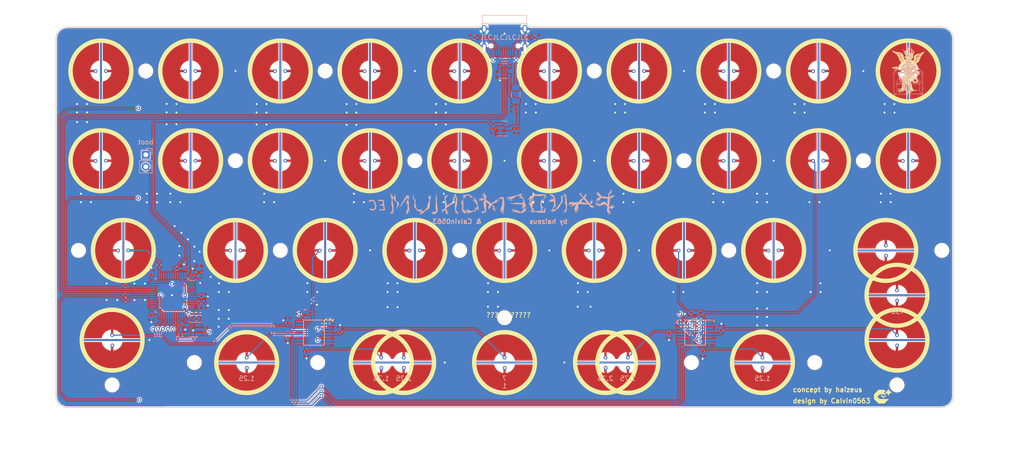
<source format=kicad_pcb>
(kicad_pcb (version 20221018) (generator pcbnew)
  (layers (0 "F.Cu" signal) (1 "In1.Cu" signal) (2 "In2.Cu" signal) (31 "B.Cu" signal) (34 "B.Paste" user) (35 "F.Paste" user) (36 "B.SilkS" user "B.Silkscreen") (37 "F.SilkS" user "F.Silkscreen") (38 "B.Mask" user) (39 "F.Mask" user) (44 "Edge.Cuts" user))
  (net 0 "")
  (net 1 "ROW0")
  (net 2 "ROW2")
  (net 3 "COL0")
  (net 4 "COL2")
  (net 5 "COL4")
  (net 6 "COL1")
  (net 7 "COL3")
  (net 8 "GND")
  (net 9 "ROW1")
  (net 10 "ROW3")
  (net 11 "COL5")
  (net 12 "COL6")
  (net 13 "COL7")
  (net 14 "COL8")
  (net 15 "COL9")
  (net 16 "+5V")
  (net 17 "VBUS")
  (net 18 "Net-(J1-CC1)")
  (net 20 "Net-(J1-CC2)")
  (net 28 "+3V3")
  (net 29 "APLEX_OUT")
  (net 30 "ADC")
  (net 31 "Net-(U5--)")
  (net 32 "APLEX_EN_PIN_0")
  (net 33 "AMUX_SEL_2")
  (net 34 "AMUX_SEL_1")
  (net 35 "AMUX_SEL_0")
  (net 36 "APLEX_EN_PIN_1")
  (net 37 "NRST")
  (net 39 "D_P")
  (net 40 "D_N")
  (net 43 "BOOT0")
  (net 50 "Net-(U8-PA10)")
  (net 51 "Net-(U8-PA13)")
  (net 52 "Net-(U8-PA14)")
  (net 53 "Net-(U8-PA9)")
  (footprint "cipulot_parts:HOLE_M2" (layer "F.Cu") (at 88.9 33.3375)
    (fp_text reference "H3" hide)
    (fp_text value "MountingHole" hide)
  )
  (footprint "cipulot_parts:ecs_pad_1U_no_ring" (layer "F.Cu") (at 60.325 52.3875)
    (fp_text reference "SW_EC12")
    (fp_text value "Topre" hide)
  )
  (footprint "cipulot_parts:HOLE_M2" (layer "F.Cu") (at 166.6875 95.25)
    (fp_text reference "H17" hide)
    (fp_text value "MountingHole" hide)
  )
  (footprint "cipulot_parts:HOLE_M2" (layer "F.Cu") (at 146.05 33.3375)
    (fp_text reference "H5" hide)
    (fp_text value "MountingHole" hide)
  )
  (footprint "LOGO" (layer "F.Cu") (at 212.725 33.3375)
    (fp_text reference "G***" hide)
    (fp_text value "LOGO" hide)
  )
  (footprint "cipulot_parts:HOLE_M2" (layer "F.Cu") (at 69.85 52.3875)
    (fp_text reference "H2" hide)
    (fp_text value "MountingHole" hide)
  )
  (footprint "cipulot_parts:ecs_pad_1U_no_ring" (layer "F.Cu") (at 60.325 33.3375)
    (fp_text reference "SW_EC2")
    (fp_text value "Topre" hide)
  )
  (footprint "cipulot_parts:HOLE_M2" (layer "F.Cu") (at 174.625 71.4375)
    (fp_text reference "H12" hide)
    (fp_text value "MountingHole" hide)
  )
  (footprint "cipulot_parts:ecs_pad_1U_no_ring" (layer "F.Cu") (at 146.05 71.4375)
    (fp_text reference "SW_EC26")
    (fp_text value "Topre" hide)
  )
  (footprint "cipulot_parts:ecs_pad_1U_no_ring" (layer "F.Cu") (at 136.525 33.3375)
    (fp_text reference "SW_EC6")
    (fp_text value "Topre" hide)
  )
  (footprint "cipulot_parts:HOLE_M2" (layer "F.Cu") (at 117.475 71.4375)
    (fp_text reference "H11" hide)
    (fp_text value "MountingHole" hide)
  )
  (footprint "cipulot_parts:HOLE_M2" (layer "F.Cu") (at 210.34375 100.0125)
    (fp_text reference "H20" hide)
    (fp_text value "MountingHole" hide)
  )
  (footprint "cipulot_parts:ecs_pad_1U_no_ring" (layer "F.Cu") (at 117.475 52.3875)
    (fp_text reference "SW_EC15")
    (fp_text value "Topre" hide)
  )
  (footprint "cipulot_parts:HOLE_M2" (layer "F.Cu") (at 165.1 52.3875)
    (fp_text reference "H6" hide)
    (fp_text value "MountingHole" hide)
  )
  (footprint "cipulot_parts:HOLE_M2" (layer "F.Cu") (at 203.2 52.3875)
    (fp_text reference "H8" hide)
    (fp_text value "MountingHole" hide)
  )
  (footprint "cipulot_parts:ecs_pad_1U_no_ring" (layer "F.Cu") (at 212.725 52.3875)
    (fp_text reference "SW_EC20")
    (fp_text value "Topre" hide)
  )
  (footprint "cipulot_parts:ecs_pad_no_ring_stepped&normal" (layer "F.Cu") (at 153.19375 95.25)
    (fp_text reference "SW_EC36")
    (fp_text value "Topre" hide)
  )
  (footprint "cipulot_parts:HOLE_M2" (layer "F.Cu") (at 79.375 71.4375)
    (fp_text reference "H10" hide)
    (fp_text value "MountingHole" hide)
  )
  (footprint "cipulot_parts:HOLE_M2" (layer "F.Cu") (at 192.88125 95.25)
    (fp_text reference "H18" hide)
    (fp_text value "MountingHole" hide)
  )
  (footprint "cipulot_parts:HOLE_M2" (layer "F.Cu") (at 184.15 33.3375)
    (fp_text reference "H7" hide)
    (fp_text value "MountingHole" hide)
  )
  (footprint "cipulot_parts:HOLE_M2" (layer "F.Cu") (at 219.86875 71.4375)
    (fp_text reference "H13" hide)
    (fp_text value "MountingHole" hide)
  )
  (footprint "cipulot_parts:ecs_pad_1U_no_ring" (layer "F.Cu") (at 210.34375 90.4875 -90)
    (fp_text reference "SW_EC39")
    (fp_text value "Topre" hide)
  )
  (footprint "cipulot_parts:ecs_pad_1U_no_ring" (layer "F.Cu") (at 193.675 33.3375)
    (fp_text reference "SW_EC9")
    (fp_text value "Topre" hide)
  )
  (footprint "LOGO" (layer "F.Cu") (at 207.16875 102.39375)
    (fp_text reference "G***" hide)
    (fp_text value "LOGO" hide)
  )
  (footprint "cipulot_parts:HOLE_M2" (layer "F.Cu") (at 87.3125 95.25)
    (fp_text reference "H15" hide)
    (fp_text value "MountingHole" hide)
  )
  (footprint "cipulot_parts:ecs_pad_1U_no_ring" (layer "F.Cu") (at 127 71.4375)
    (fp_text reference "SW_EC25")
    (fp_text value "Topre" hide)
  )
  (footprint "cipulot_parts:HOLE_M2" (layer "F.Cu") (at 36.5125 71.4375)
    (fp_text reference "H9" hide)
    (fp_text value "MountingHole" hide)
  )
  (footprint "cipulot_parts:ecs_pad_1U_no_ring" (layer "F.Cu") (at 41.275 52.3875)
    (fp_text reference "SW_EC11")
    (fp_text value "Topre" hide)
  )
  (footprint "cipulot_parts:ecs_pad_1U_no_ring" (layer "F.Cu") (at 181.76875 95.25 -90)
    (fp_text reference "SW_EC38")
    (fp_text value "Topre" hide)
  )
  (footprint "cipulot_parts:HOLE_M2" (layer "F.Cu") (at 107.95 52.3875)
    (fp_text reference "H4" hide)
    (fp_text value "MountingHole" hide)
  )
  (footprint "cipulot_parts:ecs_pad_1U_no_ring" (layer "F.Cu") (at 117.475 33.3375)
    (fp_text reference "SW_EC5")
    (fp_text value "Topre" hide)
  )
  (footprint "cipulot_parts:ecs_pad_1U_no_ring" (layer "F.Cu") (at 127 95.25 -90)
    (fp_text reference "SW_EC35")
    (fp_text value "Topre" hide)
  )
  (footprint "cipulot_parts:ecs_pad_1U_no_ring" (layer "F.Cu") (at 43.65625 90.4875 -90)
    (fp_text reference "SW_EC31")
    (fp_text value "Topre" hide)
  )
  (footprint "cipulot_parts:ecs_pad_1U_no_ring" (layer "F.Cu") (at 174.625 33.3375)
    (fp_text reference "SW_EC8")
    (fp_text value "Topre" hide)
  )
  (footprint "cipulot_parts:ecs_pad_1U_no_ring" (layer "F.Cu") (at 207.9625 71.4375 -90)
    (fp_text reference "SW_EC29")
    (fp_text value "Topre" hide)
  )
  (footprint "cipulot_parts:ecs_pad_1U_no_ring" (layer "F.Cu") (at 136.525 52.3875)
    (fp_text reference "SW_EC16")
    (fp_text value "Topre" hide)
  )
  (footprint "cipulot_parts:ecs_pad_1U_no_ring" (layer "F.Cu") (at 193.675 52.3875)
    (fp_text reference "SW_EC19")
    (fp_text value "Topre" hide)
  )
  (footprint "cipulot_parts:HOLE_M2" (layer "F.Cu") (at 127 85.725)
    (fp_text reference "H16" hide)
    (fp_text value "MountingHole" hide)
  )
  (footprint "cipulot_parts:ecs_pad_1U_no_ring" (layer "F.Cu") (at 98.425 33.3375)
    (fp_text reference "SW_EC4")
    (fp_text value "Topre" hide)
  )
  (footprint "cipulot_parts:ecs_pad_1U_no_ring" (layer "F.Cu") (at 98.425 52.3875)
    (fp_text reference "SW_EC14")
    (fp_text value "Topre" hide)
  )
  (footprint "cipulot_parts:ecs_pad_1U_no_ring" (layer "F.Cu") (at 165.1 71.4375)
    (fp_text reference "SW_EC27")
    (fp_text value "Topre" hide)
  )
  (footprint "cipulot_parts:HOLE_M2" (layer "F.Cu") (at 61.11875 95.25)
    (fp_text reference "H14" hide)
    (fp_text value "MountingHole" hide)
  )
  (footprint "cipulot_parts:ecs_pad_1U_no_ring" (layer "F.Cu") (at 155.575 33.3375)
    (fp_text reference "SW_EC7")
    (fp_text value "Topre" hide)
  )
  (footprint "cipulot_parts:ecs_pad_1U_no_ring" (layer "F.Cu") (at 88.9 71.4375)
    (fp_text reference "SW_EC23")
    (fp_text value "Topre" hide)
  )
  (footprint "cipulot_parts:ecs_pad_1U_no_ring" (layer "F.Cu") (at 46.0375 71.4375)
    (fp_text reference "SW_EC21")
    (fp_text value "Topre" hide)
  )
  (footprint "cipulot_parts:ecs_pad_1U_no_ring" (layer "F.Cu") (at 41.275 33.3375)
    (fp_text reference "SW_EC1")
    (fp_text value "Topre" hide)
  )
  (footprint "cipulot_parts:ecs_pad_1U_no_ring" (layer "F.Cu") (at 72.23125 95.25 -90)
    (fp_text reference "SW_EC32")
    (fp_text value "Topre" hide)
  )
  (footprint "cipulot_parts:ecs_pad_1U_no_ring" (layer "F.Cu") (at 107.95 71.4375)
    (fp_text reference "SW_EC24")
    (fp_text value "Topre" hide)
  )
  (footprint "cipulot_parts:ecs_pad_1U_no_ring" (layer "F.Cu") (at 184.15 71.4375)
    (fp_text reference "SW_EC28")
    (fp_text value "Topre" hide)
  )
  (footprint "cipulot_parts:ecs_pad_1U_no_ring" (layer "F.Cu") (at 155.575 52.3875)
    (fp_text reference "SW_EC17")
    (fp_text value "Topre" hide)
  )
  (footprint "cipulot_parts:ecs_pad_1U_no_ring" (layer "F.Cu") (at 79.375 52.3875)
    (fp_text reference "SW_EC13")
    (fp_text value "Topre" hide)
  )
  (footprint "cipulot_parts:HOLE_M2" (layer "F.Cu") (at 50.8 33.3375)
    (fp_text reference "H1" hide)
    (fp_text value "MountingHole" hide)
  )
  (footprint "cipulot_parts:ecs_pad_1U_no_ring" (layer "F.Cu") (at 174.625 52.3875)
    (fp_text reference "SW_EC18")
    (fp_text value "Topre" hide)
  )
  (footprint "cipulot_parts:ecs_pad_1U_no_ring" (layer "F.Cu") (at 210.34375 80.9625 90)
    (fp_text reference "SW_EC30")
    (fp_text value "Topre" hide)
  )
  (footprint "cipulot_parts:ecs_pad_no_ring_stepped&normal" (layer "F.Cu") (at 105.56875 95.25)
    (fp_text reference "SW_EC33")
    (fp_text value "Topre" hide)
  )
  (footprint "cipulot_parts:ecs_pad_1U_no_ring" (layer "F.Cu") (at 79.375 33.3375)
    (fp_text reference "SW_EC3")
    (fp_text value "Topre" hide)
  )
  (footprint "cipulot_parts:ecs_pad_1U_no_ring" (layer "F.Cu") (at 212.725 33.3375)
    (fp_text reference "SW_EC10")
    (fp_text value "Topre" hide)
  )
  (footprint "cipulot_parts:HOLE_M2" (layer "F.Cu") (at 43.65625 100.0125)
    (fp_text reference "H19" hide)
    (fp_text value "MountingHole" hide)
  )
  (footprint "cipulot_parts:ecs_pad_1U_no_ring" (layer "F.Cu") (at 69.85 71.4375)
    (fp_text reference "SW_EC22")
    (fp_text value "Topre" hide)
  )
  (footprint "Connector_PinHeader_2.54mm:PinHeader_1x02_P2.54mm_Vertical" (layer "B.Cu") (at 50.8 51.1125 180)
    (fp_text reference "SW1" hide)
    (fp_text value "DFU")
  )
  (footprint "Capacitor_SMD:C_0402_1005Metric" (layer "B.Cu") (at 62.605811 81.215986)
    (fp_text reference "C40" hide)
    (fp_text value "100nF")
  )
  (footprint "Package_TO_SOT_SMD:SOT-23" (layer "B.Cu") (at 127 45.5575)
    (fp_text reference "U9" hide)
    (fp_text value "XC6206PxxxMR-Regulator_Linear")
  )
  (footprint "Capacitor_SMD:C_0402_1005Metric" (layer "B.Cu") (at 51.990908 85.245 -90)
    (fp_text reference "C38" hide)
    (fp_text value "100n")
  )
  (footprint "Package_QFP:LQFP-48_7x7mm_P0.5mm" (layer "B.Cu") (at 56.35625 80.9625 180)
    (fp_text reference "U8" hide)
    (fp_text value "STM32F072CBT6")
  )
  (footprint "Resistor_SMD:R_0402_1005Metric" (layer "B.Cu") (at 133.35 26.19375 180)
    (fp_text reference "R30" hide)
    (fp_text value "5.1k")
  )
  (footprint "LOGO" (layer "B.Cu") (at 212.725 33.3375 180)
    (fp_text reference "G***" hide)
    (fp_text value "LOGO" hide)
  )
  (footprint "Resistor_SMD:R_0402_1005Metric" (layer "B.Cu") (at 57.43375 75.269941)
    (fp_text reference "R20" hide)
    (fp_text value "10k")
  )
  (footprint "Connector_USB:USB_C_Receptacle_HRO_TYPE-C-31-M-12" (layer "B.Cu") (at 127 25.4)
    (fp_text reference "J1" hide)
    (fp_text value "USB_C_Receptacle_USB2.0")
  )
  (footprint "Capacitor_SMD:C_0402_1005Metric" (layer "B.Cu") (at 62.070331 82.698076 -90)
    (fp_text reference "C34" hide)
    (fp_text value "100nF")
  )
  (footprint "Capacitor_SMD:C_0402_1005Metric" (layer "B.Cu") (at 124.61875 45.5575 90)
    (fp_text reference "C42" hide)
    (fp_text value "1uF")
  )
  (footprint "Resistor_SMD:R_0402_1005Metric" (layer "B.Cu") (at 168.66875 84.6625 180)
    (fp_text reference "R25" hide)
    (fp_text value "100k")
  )
  (footprint "Capacitor_SMD:C_0402_1005Metric" (layer "B.Cu") (at 63.13 82.698076 -90)
    (fp_text reference "C39" hide)
    (fp_text value "1u")
  )
  (footprint "Resistor_SMD:R_0402_1005Metric" (layer "B.Cu") (at 61.56875 84.8875 180)
    (fp_text reference "R15" hide)
    (fp_text value "DNP")
  )
  (footprint "Capacitor_SMD:C_0402_1005Metric" (layer "B.Cu") (at 84.1375 85.725 180)
    (fp_text reference "C31" hide)
    (fp_text value "100n")
  )
  (footprint "Capacitor_SMD:C_0402_1005Metric" (layer "B.Cu") (at 129.53125 45.5575 90)
    (fp_text reference "C41" hide)
    (fp_text value "1uF")
  )
  (footprint "Package_TO_SOT_SMD:SOT-23-5" (layer "B.Cu") (at 60.775 88.2625 180)
    (fp_text reference "U5" hide)
    (fp_text value "OPA354")
  )
  (footprint "LOGO" (layer "B.Cu") (at 127 61.11875 180)
    (fp_text reference "G***" hide)
    (fp_text value "LOGO" hide)
  )
  (footprint "Capacitor_SMD:C_0402_1005Metric" (layer "B.Cu") (at 129.38125 41.4625 180)
    (fp_text reference "C44" hide)
    (fp_text value "100nF")
  )
  (footprint "Capacitor_SMD:C_0402_1005Metric" (layer "B.Cu") (at 63.401824 88.73393 90)
    (fp_text reference "C30" hide)
    (fp_text value "220pF NP0")
  )
  (footprint "Resistor_SMD:R_0402_1005Metric" (layer "B.Cu") (at 53.613691 74.493826 90)
    (fp_text reference "R3" hide)
    (fp_text value "100")
  )
  (footprint "Resistor_SMD:R_0402_1005Metric" (layer "B.Cu") (at 84.93125 92.86875 -90)
    (fp_text reference "R17" hide)
    (fp_text value "100k")
  )
  (footprint "Resistor_SMD:R_0402_1005Metric" (layer "B.Cu") (at 92.075 88.725 90)
    (fp_text reference "R21" hide)
    (fp_text value "100k")
  )
  (footprint "Capacitor_SMD:C_0402_1005Metric" (layer "B.Cu") (at 165.1 85.725 180)
    (fp_text reference "C32" hide)
    (fp_text value "100n")
  )
  (footprint "Resistor_SMD:R_0402_1005Metric" (layer "B.Cu") (at 85.725 84.6625 180)
    (fp_text reference "R18" hide)
    (fp_text value "100k")
  )
  (footprint "cipulot_parts:TSSOP16" (layer "B.Cu") (at 86.51875 88.9 -90)
    (fp_text reference "U6")
    (fp_text value "74HC4051")
  )
  (footprint "Capacitor_SMD:C_0402_1005Metric" (layer "B.Cu") (at 60.752074 76.647788 90)
    (fp_text reference "C33" hide)
    (fp_text value "100nF")
  )
  (footprint "Resistor_SMD:R_0402_1005Metric" (layer "B.Cu") (at 46.5475 80.96875 180)
    (fp_text reference "R1" hide)
    (fp_text value "100")
  )
  (footprint "Resistor_SMD:R_0402_1005Metric" (layer "B.Cu") (at 58.2 89.30625 90)
    (fp_text reference "R14" hide)
    (fp_text value "1k")
  )
  (footprint "Capacitor_SMD:C_0402_1005Metric" (layer "B.Cu") (at 58.2 87.31875 90)
    (fp_text reference "C29" hide)
    (fp_text value "100n")
  )
  (footprint "Resistor_SMD:R_0402_1005Metric" (layer "B.Cu") (at 120.65 26.19375)
    (fp_text reference "R29" hide)
    (fp_text value "5.1k")
  )
  (footprint "Resistor_SMD:R_0402_1005Metric" (layer "B.Cu") (at 61.56875 85.98125 180)
    (fp_text reference "R13" hide)
    (fp_text value "100k")
  )
  (footprint "Capacitor_SMD:C_0402_1005Metric" (layer "B.Cu") (at 51.990908 76.628536 90)
    (fp_text reference "C35" hide)
    (fp_text value "100nF")
  )
  (footprint "Resistor_SMD:R_0402_1005Metric" (layer "B.Cu") (at 166.6875 84.6625)
    (fp_text reference "R27" hide)
    (fp_text value "100k")
  )
  (footprint "Resistor_SMD:R_0402_1005Metric" (layer "B.Cu") (at 80.9625 89.69375 -90)
    (fp_text reference "R19" hide)
    (fp_text value "100k")
  )
  (footprint "Resistor_SMD:R_0402_1005Metric" (layer "B.Cu") (at 46.5475 81.95625 180)
    (fp_text reference "R4" hide)
    (fp_text value "100")
  )
  (footprint "Fuse:Fuse_1206_3216Metric" (layer "B.Cu") (at 129.38125 38.2875 -90)
    (fp_text reference "F3" hide)
    (fp_text value "ASMD1206-150")
  )
  (footprint "Resistor_SMD:R_0402_1005Metric" (layer "B.Cu") (at 46.5475 78.96875 180)
    (fp_text reference "R2" hide)
    (fp_text value "100")
  )
  (footprint "Resistor_SMD:R_0402_1005Metric" (layer "B.Cu") (at 173.0375 88.39 90)
    (fp_text reference "R28" hide)
    (fp_text value "100k")
  )
  (footprint "cipulot_parts:TSSOP16" (layer "B.Cu") (at 167.48125 88.9 -90)
    (fp_text reference "U7")
    (fp_text value "74HC4051")
  )
  (footprint "Resistor_SMD:R_0402_1005Metric" (layer "B.Cu") (at 169.06875 92.86875 -90)
    (fp_text reference "R26" hide)
    (fp_text value "100k")
  )
  (footprint "Package_TO_SOT_SMD:SOT-143" (layer "B.Cu") (at 127 33.3375)
    (fp_text reference "U11" hide)
    (fp_text value "PRTR5V0U2X")
  )
  (footprint "Resistor_SMD:R_0402_1005Metric" (layer "B.Cu") (at 161.925 89.08375 -90)
    (fp_text reference "R24" hide)
    (fp_text value "100k")
  )
  (footprint "Capacitor_SMD:C_0603_1608Metric" (layer "B.Cu") (at 62.100319 76.096651 90)
    (fp_text reference "C37" hide)
    (fp_text value "10uF")
  )
  (footprint "Capacitor_SMD:C_0402_1005Metric" (layer "B.Cu") (at 59.395 75.269941 180)
    (fp_text reference "C36" hide)
    (fp_text value "100nF")
  )
  (footprint "Resistor_SMD:R_0402_1005Metric" (layer "B.Cu") (at 80.9625 86.79375 90)
    (fp_text reference "R16" hide)
    (fp_text value "100k")
  )
  (gr_arc (start 34.13125 104.775) (mid 32.447499 104.077516) (end 31.75 102.39375) (stroke (width 0.2)) (layer "Edge.Cuts"))
  (gr_line (start 131.7625 23.21875) (end 122.2375 23.21875) (stroke (width 0.2)) (layer "Edge.Cuts"))
  (gr_arc (start 222.25 102.39375) (mid 221.552508 104.077494) (end 219.86875 104.775) (stroke (width 0.2)) (layer "Edge.Cuts"))
  (gr_line (start 121.44375 24.0125) (end 34.13125 24.0125) (stroke (width 0.2)) (layer "Edge.Cuts"))
  (gr_arc (start 132.55625 24.0125) (mid 131.994937 23.780048) (end 131.7625 23.21875) (stroke (width 0.2)) (layer "Edge.Cuts"))
  (gr_arc (start 122.2375 23.21875) (mid 122.005004 23.780019) (end 121.44375 24.0125) (stroke (width 0.2)) (layer "Edge.Cuts"))
  (gr_line (start 31.75 26.39375) (end 31.75 102.39375) (stroke (width 0.2)) (layer "Edge.Cuts"))
  (gr_arc (start 219.868825 24.012425) (mid 221.552619 24.709896) (end 222.250075 26.393675) (stroke (width 0.2)) (layer "Edge.Cuts"))
  (gr_line (start 219.868825 24.012425) (end 132.55625 24.0125) (stroke (width 0.2)) (layer "Edge.Cuts"))
  (gr_arc (start 31.75 26.39375) (mid 32.447475 24.709975) (end 34.13125 24.0125) (stroke (width 0.2)) (layer "Edge.Cuts"))
  (gr_line (start 222.25 102.39375) (end 222.250075 26.393675) (stroke (width 0.2)) (layer "Edge.Cuts"))
  (gr_line (start 34.13125 104.775) (end 219.86875 104.775) (stroke (width 0.2)) (layer "Edge.Cuts"))
  (gr_text "by haizeus" (at 140.49375 65.88125) (layer "B.SilkS") (effects (font (size 1 1) (thickness 0.2) bold) (justify left bottom mirror)))
  (gr_text "7" (at 127 99.218749) (layer "B.SilkS") (effects (font (size 1 1)) (justify bottom mirror)))
  (gr_text "2.25" (at 148.43125 99.21875) (layer "B.SilkS") (effects (font (size 1 1)) (justify bottom mirror)))
  (gr_text "1.75" (at 153.19375 99.21875) (layer "B.SilkS") (effects (font (size 1 1)) (justify bottom mirror)))
  (gr_text "1.25" (at 181.76875 99.21875) (layer "B.SilkS") (effects (font (size 1 1)) (justify bottom mirror)))
  (gr_text "1.25" (at 72.23125 99.21875) (layer "B.SilkS") (effects (font (size 1 1)) (justify bottom mirror)))
  (gr_text "2.25" (at 105.56875 99.21875) (layer "B.SilkS") (effects (font (size 1 1)) (justify bottom mirror)))
  (gr_text "EC" (at 100.0125 61.9125) (layer "B.SilkS") (effects (font (size 2 2) (thickness 0.25) italic) (justify mirror)))
  (gr_text "1.75" (at 100.80625 99.19303) (layer "B.SilkS") (effects (font (size 1 1)) (justify bottom mirror)))
  (gr_text "boot" (at 50.8 48.41875) (layer "B.SilkS") (effects (font (size 1 1)) (justify mirror)))
  (gr_text "ISO" (at 211.620099 85.002625) (layer "B.SilkS") (effects (font (size 1 1)) (justify left bottom mirror)))
  (gr_text "& Calvin0563" (at 122.2375 65.88125) (layer "B.SilkS") (effects (font (size 1 1) (thickness 0.2) bold) (justify left bottom mirror)))
  (gr_text "JLCJLCJLCJLC" (at 127 26.19375) (layer "B.SilkS") (effects (font (size 1 1))))
  (gr_text "1" (at 127 100.80625) (layer "B.SilkS") (effects (font (size 1 1)) (justify bottom mirror)))
  (gr_text "𝔓𝔞𝔫𝔡𝔢𝔪𝔬𝔫𝔦𝔲𝔪" (at 123.03125 85.725) (layer "F.SilkS") (effects (font (size 1 1)) (justify left bottom)))
  (gr_text "design by Calvin0563\n" (at 188.11875 103.98125) (layer "F.SilkS") (effects (font (size 1 1) (thickness 0.2) bold) (justify left bottom)))
  (gr_text "concept by haizeus" (at 188.11875 101.6) (layer "F.SilkS") (effects (font (size 1 1) (thickness 0.2) bold) (justify left bottom)))
  (via (at 49.2125 41.275) (size 0.8) (drill 0.4) (layers "F.Cu" "B.Cu") (net 1))
  (via (at 213.7798 33.337499) (size 0.8) (drill 0.4) (layers "F.Cu" "B.Cu") (net 1))
  (via (at 99.4798 33.337499) (size 0.8) (drill 0.4) (layers "F.Cu" "B.Cu") (net 1))
  (via (at 61.3798 33.337499) (size 0.8) (drill 0.4) (layers "F.Cu" "B.Cu") (net 1))
  (via (at 137.5798 33.337499) (size 0.8) (drill 0.4) (layers "F.Cu" "B.Cu") (net 1))
  (via (at 118.5298 33.337499) (size 0.8) (drill 0.4) (layers "F.Cu" "B.Cu") (net 1))
  (via (at 156.6298 33.337499) (size 0.8) (drill 0.4) (layers "F.Cu" "B.Cu") (net 1))
  (via (at 194.7298 33.337499) (size 0.8) (drill 0.4) (layers "F.Cu" "B.Cu") (net 1))
  (via (at 42.3298 33.337499) (size 0.8) (drill 0.4) (layers "F.Cu" "B.Cu") (net 1))
  (via (at 80.4298 33.337499) (size 0.8) (drill 0.4) (layers "F.Cu" "B.Cu") (net 1))
  (via (at 175.6798 33.337499) (size 0.8) (drill 0.4) (layers "F.Cu" "B.Cu") (net 1))
  (segment (start 32.372199 43.034051) (end 34.13125 41.275) (width 0.25) (layer "B.Cu") (net 1))
  (segment (start 45.73125 80.6625) (end 33.509562 80.6625) (width 0.25) (layer "B.Cu") (net 1))
  (segment (start 49.2125 41.275) (end 34.13125 41.275) (width 0.25) (layer "B.Cu") (net 1))
  (segment (start 46.0375 80.96875) (end 45.73125 80.6625) (width 0.25) (layer "B.Cu") (net 1))
  (segment (start 33.509562 80.6625) (end 32.372199 79.525137) (width 0.25) (layer "B.Cu") (net 1))
  (segment (start 32.372199 79.525137) (end 32.372199 43.034051) (width 0.25) (layer "B.Cu") (net 1))
  (via (at 89.9548 71.437499) (size 0.8) (drill 0.4) (layers "F.Cu" "B.Cu") (net 2))
  (via (at 166.1548 71.437499) (size 0.8) (drill 0.4) (layers "F.Cu" "B.Cu") (net 2))
  (via (at 70.9048 71.437499) (size 0.8) (drill 0.4) (layers "F.Cu" "B.Cu") (net 2))
  (via (at 147.1048 71.437499) (size 0.8) (drill 0.4) (layers "F.Cu" "B.Cu") (net 2))
  (via (at 47.0923 71.437499) (size 0.8) (drill 0.4) (layers "F.Cu" "B.Cu") (net 2))
  (via (at 109.0048 71.437499) (size 0.8) (drill 0.4) (layers "F.Cu" "B.Cu") (net 2))
  (via (at 128.0548 71.437499) (size 0.8) (drill 0.4) (layers "F.Cu" "B.Cu") (net 2))
  (via (at 185.2048 71.437499) (size 0.8) (drill 0.4) (layers "F.Cu" "B.Cu") (net 2))
  (via (at 210.343749 79.9077) (size 0.8) (drill 0.4) (layers "F.Cu" "B.Cu") (net 2))
  (via (at 208.001657 72.588575) (size 0.8) (drill 0.4) (layers "F.Cu" "B.Cu") (net 2))
  (segment (start 47.0923 71.437499) (end 51.067364 71.437499) (width 0.25) (layer "B.Cu") (net 2))
  (segment (start 51.067364 71.437499) (end 53.613691 73.983826) (width 0.25) (layer "B.Cu") (net 2))
  (via (at 44.886425 71.476657) (size 0.8) (drill 0.4) (layers "F.Cu" "B.Cu") (net 3))
  (via (at 40.123925 33.376657) (size 0.8) (drill 0.4) (layers "F.Cu" "B.Cu") (net 3))
  (via (at 43.656249 89.4327) (size 0.8) (drill 0.4) (layers "F.Cu" "B.Cu") (net 3))
  (via (at 40.123925 52.426657) (size 0.8) (drill 0.4) (layers "F.Cu" "B.Cu") (net 3))
  (segment (start 80.95375 87.3125) (end 80.9625 87.30375) (width 0.25) (layer "B.Cu") (net 3))
  (segment (start 80.9625 87.30375) (end 81.27633 87.30375) (width 0.25) (layer "B.Cu") (net 3))
  (segment (start 56.004628 91.28125) (end 65.0875 91.28125) (width 0.25) (layer "B.Cu") (net 3))
  (segment (start 69.05625 87.3125) (end 80.95375 87.3125) (width 0.25) (layer "B.Cu") (net 3))
  (segment (start 54.156078 89.4327) (end 56.004628 91.28125) (width 0.25) (layer "B.Cu") (net 3))
  (segment (start 81.27633 87.30375) (end 82.55 88.57742) (width 0.25) (layer "B.Cu") (net 3))
  (segment (start 43.656249 89.4327) (end 54.156078 89.4327) (width 0.25) (layer "B.Cu") (net 3))
  (segment (start 65.0875 91.28125) (end 69.05625 87.3125) (width 0.25) (layer "B.Cu") (net 3))
  (segment (start 82.55 88.57742) (end 83.54441 88.57742) (width 0.25) (layer "B.Cu") (net 3))
  (via (at 78.223925 52.426657) (size 0.8) (drill 0.4) (layers "F.Cu" "B.Cu") (net 4))
  (via (at 78.223925 33.376657) (size 0.8) (drill 0.4) (layers "F.Cu" "B.Cu") (net 4))
  (via (at 87.748925 71.476657) (size 0.8) (drill 0.4) (layers "F.Cu" "B.Cu") (net 4))
  (segment (start 84.96681 87.27694) (end 83.54441 87.27694) (width 0.25) (layer "B.Cu") (net 4))
  (segment (start 87.748925 71.476657) (end 86.235 72.990582) (width 0.25) (layer "B.Cu") (net 4))
  (segment (start 86.235 72.990582) (end 86.235 86.00875) (width 0.25) (layer "B.Cu") (net 4))
  (segment (start 86.235 86.00875) (end 84.96681 87.27694) (width 0.25) (layer "B.Cu") (net 4))
  (via (at 126.999999 94.1952) (size 0.8) (drill 0.4) (layers "F.Cu" "B.Cu") (net 5))
  (via (at 125.848925 71.476657) (size 0.8) (drill 0.4) (layers "F.Cu" "B.Cu") (net 5))
  (via (at 116.323925 33.376657) (size 0.8) (drill 0.4) (layers "F.Cu" "B.Cu") (net 5))
  (via (at 116.323925 52.426657) (size 0.8) (drill 0.4) (layers "F.Cu" "B.Cu") (net 5))
  (segment (start 93.20375 88.10625) (end 92.075 89.235) (width 0.25) (layer "B.Cu") (net 5))
  (segment (start 120.911049 88.10625) (end 93.20375 88.10625) (width 0.25) (layer "B.Cu") (net 5))
  (segment (start 89.49309 89.22258) (end 92.06258 89.22258) (width 0.25) (layer "B.Cu") (net 5))
  (segment (start 92.06258 89.22258) (end 92.075 89.235) (width 0.25) (layer "B.Cu") (net 5))
  (segment (start 126.999999 94.1952) (end 120.911049 88.10625) (width 0.25) (layer "B.Cu") (net 5))
  (via (at 59.173925 33.376657) (size 0.8) (drill 0.4) (layers "F.Cu" "B.Cu") (net 6))
  (via (at 68.698925 71.476657) (size 0.8) (drill 0.4) (layers "F.Cu" "B.Cu") (net 6))
  (via (at 72.231249 94.1952) (size 0.8) (drill 0.4) (layers "F.Cu" "B.Cu") (net 6))
  (via (at 59.173925 52.426657) (size 0.8) (drill 0.4) (layers "F.Cu" "B.Cu") (net 6))
  (segment (start 77.203869 89.22258) (end 80.9625 89.22258) (width 0.25) (layer "B.Cu") (net 6))
  (segment (start 80.9625 89.22258) (end 83.54441 89.22258) (width 0.25) (layer "B.Cu") (net 6))
  (segment (start 77.203869 89.22258) (end 72.231249 94.1952) (width 0.25) (layer "B.Cu") (net 6))
  (via (at 97.273925 52.426657) (size 0.8) (drill 0.4) (layers "F.Cu" "B.Cu") (net 7))
  (via (at 106.798925 71.476657) (size 0.8) (drill 0.4) (layers "F.Cu" "B.Cu") (net 7))
  (via (at 97.273925 33.376657) (size 0.8) (drill 0.4) (layers "F.Cu" "B.Cu") (net 7))
  (via (at 100.806249 94.1952) (size 0.8) (drill 0.4) (layers "F.Cu" "B.Cu") (net 7))
  (via (at 105.568749 94.1952) (size 0.8) (drill 0.4) (layers "F.Cu" "B.Cu") (net 7))
  (segment (start 100.806249 94.1952) (end 98.969799 92.35875) (width 0.25) (layer "B.Cu") (net 7))
  (segment (start 84.93125 88.21571) (end 84.64272 87.92718) (width 0.25) (layer "B.Cu") (net 7))
  (segment (start 88.9 92.35875) (end 84.93125 92.35875) (width 0.25) (layer "B.Cu") (net 7))
  (segment (start 84.64272 87.92718) (end 83.54441 87.92718) (width 0.25) (layer "B.Cu") (net 7))
  (segment (start 98.969799 92.35875) (end 88.9 92.35875) (width 0.25) (layer "B.Cu") (net 7))
  (segment (start 84.93125 92.35875) (end 84.93125 88.21571) (width 0.25) (layer "B.Cu") (net 7))
  (via (at 85.091994 80.281644) (size 0.8) (drill 0.4) (layers "F.Cu" "B.Cu") (net 8))
  (via (at 74.346339 42.167093) (size 0.8) (drill 0.4) (layers "F.Cu" "B.Cu") (net 8))
  (via (at 135.203661 61.197502) (size 0.8) (drill 0.4) (layers "F.Cu" "B.Cu") (net 8))
  (via (at 190.729776 42.167093) (size 0.8) (drill 0.4) (layers "F.Cu" "B.Cu") (net 8))
  (via (at 55.228772 44.649348) (size 0.8) (drill 0.4) (layers "F.Cu" "B.Cu") (net 8))
  (via (at 171.673795 42.167093) (size 0.8) (drill 0.4) (layers "F.Cu" "B.Cu") (net 8))
  (via (at 206.911809 59.39119) (size 0.8) (drill 0.4) (layers "F.Cu" "B.Cu") (net 8))
  (via (at 188.63637 40.352807) (size 0.8) (drill 0.4) (layers "F.Cu" "B.Cu") (net 8))
  (via (at 133.075365 61.197502) (size 0.8) (drill 0.4) (layers "F.Cu" "B.Cu") (net 8))
  (via (at 207.684376 42.167093) (size 0.8) (drill 0.4) (layers "F.Cu" "B.Cu") (net 8))
  (via (at 56.012832 61.197502) (size 0.8) (drill 0.4) (layers "F.Cu" "B.Cu") (net 8))
  (via (at 209.812672 42.167093) (size 0.8) (drill 0.4) (layers "F.Cu" "B.Cu") (net 8))
  (via (at 112.466276 40.352807) (size 0.8) (drill 0.4) (layers "F.Cu" "B.Cu") (net 8))
  (via (at 66.283593 87.648394) (size 0.8) (drill 0.4) (layers "F.Cu" "B.Cu") (net 8))
  (via (at 142.581176 78.412531) (size 0.8) (drill 0.4) (layers "F.Cu" "B.Cu") (net 8))
  (via (at 194.080223 78.412531) (size 0.8) (drill 0.4) (layers "F.Cu" "B.Cu") (net 8))
  (via (at 64.572203 77.073962) (size 0.8) (drill 0.4) (layers "F.Cu" "B.Cu") (net 8))
  (via (at 80.006756 86.285978) (size 0.8) (drill 0.4) (layers "F.Cu" "B.Cu") (net 8))
  (via (at 42.492733 81.974886) (size 0.8) (drill 0.4) (layers "F.Cu" "B.Cu") (net 8))
  (via (at 152.582923 40.352807) (size 0.8) (drill 0.4) (layers "F.Cu" "B.Cu") (net 8))
  (via (at 182.726958 83.770146) (size 0.8) (drill 0.4) (layers "F.Cu" "B.Cu") (net 8))
  (via (at 131.514282 42.167093) (size 0.8) (drill 0.4) (layers "F.Cu" "B.Cu") (net 8))
  (via (at 133.607688 40.352807) (size 0.8) (drill 0.4) (layers "F.Cu" "B.Cu") (net 8))
  (via (at 63.980049 83.166287) (size 0.8) (drill 0.4) (layers "F.Cu" "B.Cu") (net 8))
  (via (at 36.22308 40.352807) (size 0.8) (drill 0.4) (layers "F.Cu" "B.Cu") (net 8))
  (via (at 114.3 95.25) (size 0.8) (drill 0.4) (layers "F.Cu" "B.Cu") (net 8))
  (via (at 139.7 95.25) (size 0.8) (drill 0.4) (layers "F.Cu" "B.Cu") (net 8))
  (via (at 107.95 33.3375) (size 0.8) (drill 0.4) (layers "F.Cu" "B.Cu") (net 8))
  (via (at 56.921209 66.283084) (size 0.8) (drill 0.4) (layers "F.Cu" "B.Cu") (net 8))
  (via (at 102.156248 80.281644) (size 0.8) (drill 0.4) (layers "F.Cu" "B.Cu") (net 8))
  (via (at 58.374241 67.718396) (size 0.8) (drill 0.4) (layers "F.Cu" "B.Cu") (net 8))
  (via (at 155.575 71.4375) (size 0.8) (drill 0.4) (layers "F.Cu" "B.Cu") (net 8))
  (via (at 76.439745 40.352807) (size 0.8) (drill 0.4) (layers "F.Cu" "B.Cu") (net 8))
  (via (at 66.323109 80.281644) (size 0.8) (drill 0.4) (layers "F.Cu" "B.Cu") (net 8))
  (via (at 150.524407 40.352807) (size 0.8) (drill 0.4) (layers "F.Cu" "B.Cu") (net 8))
  (via (at 74.346339 40.352807) (size 0.8) (drill 0.4) (layers "F.Cu" "B.Cu") (net 8))
  (via (at 171.321904 61.197502) (size 0.8) (drill 0.4) (layers "F.Cu" "B.Cu") (net 8))
  (via (at 87.156666 82.984921) (size 0.8) (drill 0.4) (layers "F.Cu" "B.Cu") (net 8))
  (via (at 53.2 59.401672) (size 0.8) (drill 0.4) (layers "F.Cu" "B.Cu") (net 8))
  (via (at 63.980049 81.221203) (size 0.8) (drill 0.4) (layers "F.Cu" "B.Cu") (net 8))
  (via (at 93.464125 42.167093) (size 0.8) (drill 0.4) (layers "F.Cu" "B.Cu") (net 8))
  (via (at 182.735953 61.197502) (size 0.8) (drill 0.4) (layers "F.Cu" "B.Cu") (net 8))
  (via (at 53.2 61.222393) (size 0.8) (drill 0.4) (layers "F.Cu" "B.Cu") (net 8))
  (via (at 180.668442 85.576458) (size 0.8) (drill 0.4) (layers "F.Cu" "B.Cu") (net 8))
  (via (at 208.970325 59.39119) (size 0.8) (drill 0.4) (layers "F.Cu" "B.Cu") (net 8))
  (via (at 57.947395 72.510338) (size 0.8) (drill 0.4) (layers "F.Cu" "B.Cu") (net 8))
  (via (at 61.095932 73.717617) (size 0.8) (drill 0.4) (layers "F.Cu" "B.Cu") (net 8))
  (via (at 194.115113 80.281644) (size 0.8) (drill 0.4) (layers "F.Cu" "B.Cu") (net 8))
  (via (at 75.934337 61.197502) (size 0.8) (drill 0.4) (layers "F.Cu" "B.Cu") (net 8))
  (via (at 38.316486 40.352807) (size 0.8) (drill 0.4) (layers "F.Cu" "B.Cu") (net 8))
  (via (at 188.60148 42.167093) (size 0.8) (drill 0.4) (layers "F.Cu" "B.Cu") (net 8))
  (via (at 123.498279 78.412531) (size 0.8) (drill 0.4) (layers "F.Cu" "B.Cu") (net 8))
  (via (at 150.489517 42.167093) (size 0.8) (drill 0.4) (layers "F.Cu" "B.Cu") (net 8))
  (via (at 114.046299 61.197502) (size 0.8) (drill 0.4) (layers "F.Cu" "B.Cu") (net 8))
  (via (at 58.917561 74.403507) (size 0.8) (drill 0.4) (layers "F.Cu" "B.Cu") (net 8))
  (via (at 133.642578 42.167093) (size 0.8) (drill 0.4) (layers "F.Cu" "B.Cu") (net 8))
  (via (at 88.9 52.3875) (size 0.8) (drill 0.4) (layers "F.Cu" "B.Cu") (net 8))
  (via (at 127 52.3875) (size 0.8) (drill 0.4) (layers "F.Cu" "B.Cu") (net 8))
  (via (at 78.062633 61.197502) (size 0.8) (drill 0.4) (layers "F.Cu" "B.Cu") (net 8))
  (via (at 125.593345 83.396909) (size 0.8) (drill 0.4) (layers "F.Cu" "B.Cu") (net 8))
  (via (at 112.466276 44.689218) (size 0.8) (drill 0.4) (layers "F.Cu" "B.Cu") (net 8))
  (via (at 171.356794 59.39119) (size 0.8) (drill 0.4) (layers "F.Cu" "B.Cu") (net 8))
  (via (at 182.726958 87.35) (size 0.8) (drill 0.4) (layers "F.Cu" "B.Cu") (net 8))
  (via (at 114.524792 40.352807) (size 0.8) (drill 0.4) (layers "F.Cu" "B.Cu") (net 8))
  (via (at 95.522641 44.763974) (size 0.8) (drill 0.4) (layers "F.Cu" "B.Cu") (net 8))
  (via (at 142.533552 83.387265) (size 0.8) (drill 0.4) (layers "F.Cu" "B.Cu") (net 8))
  (via (at 104.284544 80.281644) (size 0.8) (drill 0.4) (layers "F.Cu" "B.Cu") (net 8))
  (via (at 59.1875 88.2625) (size 0.8) (drill 0.4) (layers "F.Cu" "B.Cu") (net 8))
  (via (at 44.740026 81.974886) (size 0.8) (drill 0.4) (layers "F.Cu" "B.Cu") (net 8))
  (via (at 203.2 33.3375) (size 0.8) (drill 0.4) (layers "F.Cu" "B.Cu") (net 8))
  (via (at 112.466276 42.167093) (size 0.8) (drill 0.4) (layers "F.Cu" "B.Cu") (net 8))
  (via (at 50.638815 78.47493) (size 0.8) (drill 0.4) (layers "F.Cu" "B.Cu") (net 8))
  (via (at 191.750561 61.197502) (size 0.8) (drill 0.4) (layers "F.Cu" "B.Cu") (net 8))
  (via (at 123.463389 80.281644) (size 0.8) (drill 0.4) (layers "F.Cu" "B.Cu") (net 8))
  (via (at 184.15 52.3875) (size 0.8) (drill 0.4) (layers "F.Cu" "B.Cu") (net 8))
  (via (at 80.957923 91.124899) (size 0.8) (drill 0.4) (layers "F.Cu" "B.Cu") (net 8))
  (via (at 206.876919 61.197502) (size 0.8) (drill 0.4) (layers "F.Cu" "B.Cu") (net 8))
  (via (at 136.525 71.4375) (size 0.8) (drill 0.4) (layers "F.Cu" "B.Cu") (net 8))
  (via (at 127 25.4) (size 0.8) (drill 0.4) (layers "F.Cu" "B.Cu") (net 8))
  (via (at 126 35.33125) (size 0.8) (drill 0.4) (layers "F.Cu" "B.Cu") (net 8))
  (via (at 66.310619 84.11092) (size 0.8) (drill 0.4) (layers "F.Cu" "B.Cu") (net 8))
  (via (at 57.927461 70.536783) (size 0.8) (drill 0.4) (layers "F.Cu" "B.Cu") (net 8))
  (via (at 42.494027 78.47493) (size 0.8) (drill 0.4) (layers "F.Cu" "B.Cu") (net 8))
  (via (at 209.777782 40.352807) (size 0.8) (drill 0.4) (layers "F.Cu" "B.Cu") (net 8))
  (via (at 169.545499 42.167093) (size 0.8) (drill 0.4) (layers "F.Cu" "B.Cu") (net 8))
  (via (at 169.580389 40.352807) (size 0.8) (drill 0.4) (layers "F.Cu" "B.Cu") (net 8))
  (via (at 209.005215 61.197502) (size 0.8) (drill 0.4) (layers "F.Cu" "B.Cu") (net 8))
  (via (at 85.126884 78.412531) (size 0.8) (drill 0.4) (layers "F.Cu" "B.Cu") (net 8))
  (via (at 180.671207 78.412531) (size 0.8) (drill 0.4) (layers "F.Cu" "B.Cu") (net 8))
  (via (at 92.075 87.3125) (size 0.8) (drill 0.4) (layers "F.Cu" "B.Cu") (net 8))
  (via (at 97.118614 61.197502) (size 0.8) (drill 0.4) (layers "F.Cu" "B.Cu") (net 8))
  (via (at 125.591685 80.281644) (size 0.8) (drill 0.4) (layers "F.Cu" "B.Cu") (net 8))
  (via (at 38.316486 44.201137) (size 0.8) (drill 0.4) (layers "F.Cu" "B.Cu") (net 8))
  (via (at 180.607657 61.197502) (size 0.8) (drill 0.4) (layers "F.Cu" "B.Cu") (net 8))
  (via (at 180.636317 80.281644) (size 0.8) (drill 0.4) (layers "F.Cu" "B.Cu") (net 8))
  (via (at 95.522641 42.167093) (size 0.8) (drill 0.4) (layers "F.Cu" "B.Cu") (net 8))
  (via (at 36.22308 44.201137) (size 0.8) (drill 0.4) (layers "F.Cu" "B.Cu") (net 8))
  (via (at 74.346339 44.709153) (size 0.8) (drill 0.4) (layers "F.Cu" "B.Cu") (net 8))
  (via (at 173.037499 87.017748) (size 0.8) (drill 0.4) (layers "F.Cu" "B.Cu") (net 8))
  (via (at 131.549172 40.352807) (size 0.8) (drill 0.4) (layers "F.Cu" "B.Cu") (net 8))
  (via (at 39.135488 61.197502) (size 0.8) (drill 0.4) (layers "F.Cu" "B.Cu") (net 8))
  (via (at 104.276627 83.499583) (size 0.8) (drill 0.4) (layers "F.Cu" "B.Cu") (net 8))
  (via (at 133.110255 59.39119) (size 0.8) (drill 0.4) (layers "F.Cu" "B.Cu") (net 8))
  (via (at 161.925 90.4875) (size 0.8) (drill 0.4) (layers "F.Cu" "B.Cu") (net 8))
  (via (at 51.994552 86.682577) (size 0.8) (drill 0.4) (layers "F.Cu" "B.Cu") (net 8))
  (via (at 66.297329 85.95822) (size 0.8) (drill 0.4) (layers "F.Cu" "B.Cu") (net 8))
  (via (at 62.22576 71.713222) (size 0.8) (drill 0.4) (layers "F.Cu" "B.Cu") (net 8))
  (via (at 76.439745 44.709153) (size 0.8) (drill 0.4) (layers "F.Cu" "B.Cu") (net 8))
  (via (at 50.638815 81.974886) (size 0.8) (drill 0.4) (layers "F.Cu" "B.Cu") (net 8))
  (via (at 196.05625 71.4375) (size 0.8) (drill 0.4) (layers "F.Cu" "B.Cu") (net 8))
  (via (at 38.316486 42.132203) (size 0.8) (drill 0.4) (layers "F.Cu" "B.Cu") (net 8))
  (via (at 171.638905 40.352807) (size 0.8) (drill 0.4) (layers "F.Cu" "B.Cu") (net 8))
  (via (at 104.249654 78.412531) (size 0.8) (drill 0.4) (layers "F.Cu" "B.Cu") (net 8))
  (via (at 60.7545 75.31156) (size 0.8) (drill 0.4) (layers "F.Cu" "B.Cu") (net 8))
  (via (at 142.546286 80.281644) (size 0.8) (drill 0.4) (layers "F.Cu" "B.Cu") (net 8))
  (via (at 144.674582 80.281644) (size 0.8) (drill 0.4) (layers "F.Cu" "B.Cu") (net 8))
  (via (at 114.524792 44.689218) (size 0.8) (drill 0.4) (layers "F.Cu" "B.Cu") (net 8))
  (via (at 98.425 71.4375) (size 0.8) (drill 0.4) (layers "F.Cu" "B.Cu") (net 8))
  (via (at 169.06875 94.45625) (size 0.8) (drill 0.4) (layers "F.Cu" "B.Cu") (net 8))
  (via (at 180.668442 87.35) (size 0.8) (drill 0.4) (layers "F.Cu" "B.Cu") (net 8))
  (via (at 182.701063 59.39119) (size 0.8) (drill 0.4) (layers "F.Cu" "B.Cu") (net 8))
  (via (at 207.719266 40.352807) (size 0.8) (drill 0.4) (layers "F.Cu" "B.Cu") (net 8))
  (via (at 114.081189 59.39119) (size 0.8) (drill 0.4) (layers "F.Cu" "B.Cu") (net 8))
  (via (at 93.464125 44.763974) (size 0.8) (drill 0.4) (layers "F.Cu" "B.Cu") (net 8))
  (via (at 37.042082 59.39119) (size 0.8) (drill 0.4) (layers "F.Cu" "B.Cu") (net 8))
  (via (at 57.322178 42.167093) (size 0.8) (drill 0.4) (layers "F.Cu" "B.Cu") (net 8))
  (via (at 55.228772 42.132203) (size 0.8) (drill 0.4) (layers "F.Cu" "B.Cu") (net 8))
  (via (at 180.642547 59.39119) (size 0.8) (drill 0.4) (layers "F.Cu" "B.Cu") (net 8))
  (via (at 68.451405 80.281644) (size 0.8) (drill 0.4) (layers "F.Cu" "B.Cu") (net 8))
  (via (at 51.030343 61.222393) (size 0.8) (drill 0.4) (layers "F.Cu" "B.Cu") (net 8))
  (via (at 146.05 52.3875) (size 0.8) (drill 0.4) (layers "F.Cu" "B.Cu") (net 8))
  (via (at 190.694886 40.352807) (size 0.8) (drill 0.4) (layers "F.Cu" "B.Cu") (net 8))
  (via (at 93.464125 40.352807) (size 0.8) (drill 0.4) (layers "F.Cu" "B.Cu") (net 8))
  (via (at 60.873167 88.435683) (size 0.8) (drill 0.4) (layers "F.Cu" "B.Cu") (net 8))
  (via (at 152.617813 42.167093) (size 0.8) (drill 0.4) (layers "F.Cu" "B.Cu") (net 8))
  (via (at 87.22029 80.281644) (size 0.8) (drill 0.4) (layers "F.Cu" "B.Cu") (net 8))
  (via (at 152.239007 61.197502) (size 0.8) (drill 0.4) (layers "F.Cu" "B.Cu") (net 8))
  (via (at 57.322178 40.352807) (size 0.8) (drill 0.4) (layers "F.Cu" "B.Cu") (net 8))
  (via (at 182.764613 80.281644) (size 0.8) (drill 0.4) (layers "F.Cu" "B.Cu") (net 8))
  (via (at 61.11875 70.64375) (size 0.8) (drill 0.4) (layers "F.Cu" "B.Cu") (net 8))
  (via (at 180.668442 83.770146) (size 0.8) (drill 0.4) (layers "F.Cu" "B.Cu") (net 8))
  (via (at 162.840367 80.281644) (size 0.8) (drill 0.4) (layers "F.Cu" "B.Cu") (net 8))
  (via (at 116.174595 61.197502) (size 0.8) (drill 0.4) (layers "F.Cu" "B.Cu") (net 8))
  (via (at 75.969227 59.39119) (size 0.8) (drill 0.4) (layers "F.Cu" "B.Cu") (net 8))
  (via (at 154.367303 61.197502) (size 0.8) (drill 0.4) (layers "F.Cu" "B.Cu") (net 8))
  (via (at 51.58046 90.47421) (size 0.8) (drill 0.4) (layers "F.Cu" "B.Cu") (net 8))
  (via (at 36.22308 42.132203) (size 0.8) (drill 0.4) (layers "F.Cu" "B.Cu") (net 8))
  (via (at 62.353276 78.353108) (size 0.8) (drill 0.4) (layers "F.Cu" "B.Cu") (net 8))
  (via (at 56.047722 59.39119) (size 0.8) (drill 0.4) (layers "F.Cu" "B.Cu") (net 8))
  (via (at 55.228772 40.317917) (size 0.8) (drill 0.4) (layers "F.Cu" "B.Cu") (net 8))
  (via (at 59.747534 69.091689) (size 0.8) (drill 0.4) (layers "F.Cu" "B.Cu") (net 8))
  (via (at 94.990318 61.197502) (size 0.8) (drill 0.4) (layers "F.Cu" "B.Cu") (net 8))
  (via (at 84.926318 94.36188) (size 0.8) (drill 0.4) (layers "F.Cu" "B.Cu") (net 8))
  (via (at 69.85 33.3375) (size 0.8) (drill 0.4) (layers "F.Cu" "B.Cu") (net 8))
  (via (at 193.878857 61.197502) (size 0.8) (drill 0.4) (layers "F.Cu" "B.Cu") (net 8))
  (via (at 48.391522 81.974886) (size 0.8) (drill 0.4) (layers "F.Cu" "B.Cu") (net 8))
  (via (at 102.148331 83.499583) (size 0.8) (drill 0.4) (layers "F.Cu" "B.Cu") (net 8))
  (via (at 165.1 33.3375) (size 0.8) (drill 0.4) (layers "F.Cu" "B.Cu") (net 8))
  (via (at 191.986817 80.281644) (size 0.8) (drill 0.4) (layers "F.Cu" "B.Cu") (net 8))
  (via (at 57.322178 44.649348) (size 0.8) (drill 0.4) (layers "F.Cu" "B.Cu") (net 8))
  (via (at 152.273897 59.39119) (size 0.8) (drill 0.4) (layers "F.Cu" "B.Cu") (net 8))
  (via (at 123.465049 83.396909) (size 0.8) (drill 0.4) (layers "F.Cu" "B.Cu") (net 8))
  (via (at 58.141128 61.197502) (size 0.8) (drill 0.4) (layers "F.Cu" "B.Cu") (net 8))
  (via (at 182.726958 85.576458) (size 0.8) (drill 0.4) (layers "F.Cu" "B.Cu") (net 8))
  (via (at 76.439745 42.167093) (size 0.8) (drill 0.4) (layers "F.Cu" "B.Cu") (net 8))
  (via (at 52.002697 75.146521) (size 0.8) (drill 0.4) (layers "F.Cu" "B.Cu") (net 8))
  (via (at 51.017053 59.401672) (size 0.8) (drill 0.4) (layers "F.Cu" "B.Cu") (net 8))
  (via (at 37.007192 61.197502) (size 0.8) (drill 0.4) (layers "F.Cu" "B.Cu") (net 8))
  (via (at 95.025208 59.39119) (size 0.8) (drill 0.4) (layers "F.Cu" "B.Cu") (net 8))
  (via (at 56.35625 80.9625) (size 0.8) (drill 0.4) (layers "F.Cu" "B.Cu") (net 8))
  (via (at 102.191138 78.412531) (size 0.8) (drill 0.4) (layers "F.Cu" "B.Cu") (net 8))
  (via (at 68.438915 84.11092) (size 0.8) (drill 0.4) (layers "F.Cu" "B.Cu") (net 8))
  (via (at 164.968663 80.281644) (size 0.8) (drill 0.4) (layers "F.Cu" "B.Cu") (net 8))
  (via (at 165.305753 84.93125) (size 0.8) (drill 0.4) (layers "F.Cu" "B.Cu") (net 8))
  (via (at 95.522641 40.352807) (size 0.8) (drill 0.4) (layers "F.Cu" "B.Cu") (net 8))
  (via (at 48.391522 78.47493) (size 0.8) (drill 0.4) (layers "F.Cu" "B.Cu") (net 8))
  (via (at 145.25625 83.387265) (size 0.8) (drill 0.4) (layers "F.Cu" "B.Cu") (net 8))
  (via (at 114.524792 42.167093) (size 0.8) (drill 0.4) (layers "F.Cu" "B.Cu") (net 8))
  (via (at 173.4502 61.197502) (size 0.8) (drill 0.4) (layers "F.Cu" "B.Cu") (net 8))
  (via (at 68.425625 85.95822) (size 0.8) (drill 0.4) (layers "F.Cu" "B.Cu") (net 8))
  (via (at 66.357999 78.412531) (size 0.8) (drill 0.4) (layers "F.Cu" "B.Cu") (net 8))
  (segment (start 131.566919 28.53) (end 131.32 28.53) (width 0.381) (layer "B.Cu") (net 8))
  (segment (start 60.764591 75.321651) (end 60.7545 75.31156) (width 0.25) (layer "B.Cu") (net 8))
  (segment (start 51.990908 75.15831) (end 52.002697 75.146521) (width 0.25) (layer "B.Cu") (net 8))
  (segment (start 80.9625 91.120322) (end 80.957923 91.124899) (width 0.25) (layer "B.Cu") (net 8))
  (segment (start 122.68 28.53) (end 122.835 28.53) (width 0.381) (layer "B.Cu") (net 8))
  (segment (start 173.0375 87.88) (end 173.0375 87.017749) (width 0.25) (layer "B.Cu") (net 8))
  (segment (start 63.974832 81.215986) (end 63.980049 81.221203) (width 0.25) (layer "B.Cu") (net 8))
  (segment (start 85.215 84.6625) (end 85.215 85.1275) (width 0.25) (layer "B.Cu") (net 8))
  (segment (start 133.86 26.236919) (end 131.566919 28.53) (width 0.381) (layer "B.Cu") (net 8))
  (segment (start 58.409681 75.269941) (end 57.94375 75.269941) (width 0.25) (layer "B.Cu") (net 8))
  (segment (start 56.35625 80.9625) (end 54.10625 83.2125) (width 0.25) (layer "B.Cu") (net 8))
  (segment (start 63.085811 81.215986) (end 63.974832 81.215986) (width 0.25) (layer "B.Cu") (net 8))
  (segment (start 57.10625 81.7125) (end 56.35625 80.9625) (width 0.25) (layer "B.Cu") (net 8))
  (segment (start 61.04635 88.2625) (end 60.873167 88.435683) (width 0.25) (layer "B.Cu") (net 8))
  (segment (start 161.925 89.59375) (end 161.925 90.4875) (width 0.25) (layer "B.Cu") (net 8))
  (segment (start 58.915 74.406068) (end 58.917561 74.403507) (width 0.25) (layer "B.Cu") (net 8))
  (segment (start 126 34.0875) (end 126 35.33125) (width 0.381) (layer "B.Cu") (net 8))
  (segment (start 58.60625 76.8) (end 58.60625 77.91875) (width 0.25) (layer "B.Cu") (net 8))
  (segment (start 120.14 26.236919) (end 122.433081 28.53) (width 0.381) (layer "B.Cu") (net 8))
  (segment (start 131.32 24.35) (end 128.05 24.35) (width 0.381) (layer "B.Cu") (net 8))
  (segment (start 61.9125 88.2625) (end 61.04635 88.2625) (width 0.25) (layer "B.Cu") (net 8))
  (segment (start 62.100319 75.321651) (end 60.764591 75.321651) (width 0.25) (layer "B.Cu") (net 8))
  (segment (start 128.05 24.35) (end 127 25.4) (width 0.381) (layer "B.Cu") (net 8))
  (segment (start 133.86 26.19375) (end 133.86 26.236919) (width 0.381) (layer "B.Cu") (net 8))
  (segment (start 58.915 75.269941) (end 58.915 74.406068) (width 0.25) (layer "B.Cu") (net 8))
  (segment (start 133.109419 25.4) (end 131.7625 25.4) (width 0.381) (layer "B.Cu") (net 8))
  (segment (start 125.95 24.35) (end 122.68 24.35) (width 0.381) (layer "B.Cu") (net 8))
  (segment (start 80.9625 90.20375) (end 80.9625 91.120322) (width 0.25) (layer "B.Cu") (net 8))
  (segment (start 61.9125 88.2625) (end 63.393254 88.2625) (width 0.25) (layer "B.Cu") (net 8))
  (segment (start 122.2375 25.4) (end 122.68 24.9575) (width 0.381) (layer "B.Cu") (net 8))
  (segment (start 120.14 26.150581) (end 120.14 26.19375) (width 0.381) (layer "B.Cu") (net 8))
  (segment (start 173.0375 87.017749) (end 173.037499 87.017748) (width 0.25) (layer "B.Cu") (net 8))
  (segment (start 165.58 85.205497) (end 165.305753 84.93125) (width 0.25) (layer "B.Cu") (net 8))
  (segment (start 167.1975 84.6625) (end 168.15875 84.6625) (width 0.25) (layer "B.Cu") (net 8))
  (segment (start 80.9625 86.28375) (end 80.008984 86.28375) (width 0.25) (layer "B.Cu") (net 8))
  (segment (start 120.14 26.150581) (end 120.890581 25.4) (width 0.381) (layer "B.Cu") (net 8))
  (segment (start 51.990908 85.725) (end 51.994552 85.728644) (width 0.25) (layer "B.Cu") (net 8))
  (segment (start 58.2 88.2625) (end 59.1875 88.2625) (width 0.25) (layer "B.Cu") (net 8))
  (segment (start 84.93125 93.37875) (end 84.93125 94.356948) (width 0.25) (layer "B.Cu") (net 8))
  (segment (start 131.7625 25.4) (end 131.32 24.9575) (width 0.381) (layer "B.Cu") (net 8))
  (segment (start 58.2 88.2625) (end 58.2 88.79625) (width 0.25) (layer "B.Cu") (net 8))
  (segment (start 56.35625 80.9625) (end 54.10625 78.7125) (width 0.25) (layer "B.Cu") (net 8))
  (segment (start 92.075 88.215) (end 92.075 87.3125) (width 0.25) (layer "B.Cu") (net 8))
  (segment (start 80.008984 86.28375) (end 80.006756 86.285978) (width 0.25) (layer "B.Cu") (net 8))
  (segment (start 169.06875 93.37875) (end 169.06875 94.45625) (width 0.25) (layer "B.Cu") (net 8))
  (segment (start 61.254182 76.167788) (end 62.100319 75.321651) (width 0.25) (layer "B.Cu") (net 8))
  (segment (start 165.58 85.725) (end 165.58 85.205497) (width 0.25) (layer "B.Cu") (net 8))
  (segment (start 131.01375 28.53) (end 131.32 28.53) (width 0.381) (layer "B.Cu") (net 8))
  (segment (start 60.752074 76.167788) (end 61.254182 76.167788) (width 0.25) (layer "B.Cu") (net 8))
  (segment (start 131.01375 28.53) (end 130.175 29.36875) (width 0.381) (layer "B.Cu") (net 8))
  (segment (start 63.13 83.178076) (end 63.96826 83.178076) (width 0.25) (layer "B.Cu") (net 8))
  (segment (start 54.10625 83.2125) (end 54.10625 85.125) (width 0.25) (layer "B.Cu") (net 8))
  (segment (start 54.10625 78.7125) (end 52.19375 78.7125) (width 0.25) (layer "B.Cu") (net 8))
  (segment (start 122.68 24.9575) (end 122.68 24.35) (width 0.381) (layer "B.Cu") (net 8))
  (segment (start 58.60625 77.91875) (end 56.35625 80.16875) (width 0.25) (layer "B.Cu") (net 8))
  (segment (start 56.35625 80.16875) (end 56.35625 80.9625) (width 0.25) (layer "B.Cu") (net 8))
  (segment (start 62.070331 83.178076) (end 63.13 83.178076) (width 0.25) (layer "B.Cu") (net 8))
  (segment (start 85.215 85.1275) (end 84.6175 85.725) (width 0.25) (layer "B.Cu") (net 8))
  (segment (start 122.433081 28.53) (end 122.68 28.53) (width 0.381) (layer "B.Cu") (net 8))
  (segment (start 58.2 87.79875) (end 58.2 88.2625) (width 0.25) (layer "B.Cu") (net 8))
  (segment (start 133.86 26.19375) (end 133.86 26.150581) (width 0.381) (layer "B.Cu") (net 8))
  (segment (start 131.32 24.9575) (end 131.32 24.35) (width 0.381) (layer "B.Cu") (net 8))
  (segment (start 58.915 75.269941) (end 58.409681 75.269941) (width 0.25) (layer "B.Cu") (net 8))
  (segment (start 60.51875 81.7125) (end 57.10625 81.7125) (width 0.25) (layer "B.Cu") (net 8))
  (segment (start 122.835 28.53) (end 123.75 29.445) (width 0.381) (layer "B.Cu") (net 8))
  (segment (start 120.14 26.19375) (end 120.14 26.236919) (width 0.381) (layer "B.Cu") (net 8))
  (segment (start 133.86 26.150581) (end 133.109419 25.4) (width 0.381) (layer "B.Cu") (net 8))
  (segment (start 84.93125 94.356948) (end 84.926318 94.36188) (width 0.25) (layer "B.Cu") (net 8))
  (segment (start 127 25.4) (end 125.95 24.35) (width 0.381) (layer "B.Cu") (net 8))
  (segment (start 51.990908 76.148536) (end 51.990908 75.15831) (width 0.25) (layer "B.Cu") (net 8))
  (segment (start 63.96826 83.178076) (end 63.980049 83.166287) (width 0.25) (layer "B.Cu") (net 8))
  (segment (start 63.393254 88.2625) (end 63.401824 88.25393) (width 0.25) (layer "B.Cu") (net 8))
  (segment (start 120.890581 25.4) (end 122.2375 25.4) (width 0.381) (layer "B.Cu") (net 8))
  (segment (start 51.994552 85.728644) (end 51.994552 86.682577) (width 0.25) (layer "B.Cu") (net 8))
  (via (at 99.4798 52.387499) (size 0.8) (drill 0.4) (layers "F.Cu" "B.Cu") (net 9))
  (via (at 80.4298 52.387499) (size 0.8) (drill 0.4) (layers "F.Cu" "B.Cu") (net 9))
  (via (at 194.7298 52.387499) (size 0.8) (drill 0.4) (layers "F.Cu" "B.Cu") (net 9))
  (via (at 49.2125 60.325) (size 0.8) (drill 0.4) (layers "F.Cu" "B.Cu") (net 9))
  (via (at 118.5298 52.387499) (size 0.8) (drill 0.4) (layers "F.Cu" "B.Cu") (net 9))
  (via (at 175.6798 52.387499) (size 0.8) (drill 0.4) (layers "F.Cu" "B.Cu") (net 9))
  (via (at 61.3798 52.387499) (size 0.8) (drill 0.4) (layers "F.Cu" "B.Cu") (net 9))
  (via (at 156.6298 52.387499) (size 0.8) (drill 0.4) (layers "F.Cu" "B.Cu") (net 9))
  (via (at 42.3298 52.387499) (size 0.8) (drill 0.4) (layers "F.Cu" "B.Cu") (net 9))
  (via (at 213.7798 52.387499) (size 0.8) (drill 0.4) (layers "F.Cu" "B.Cu") (net 9))
  (via (at 137.5798 52.387499) (size 0.8) (drill 0.4) (layers "F.Cu" "B.Cu") (net 9))
  (segment (start 33.722199 61.527801) (end 34.925 60.325) (width 0.25) (layer "B.Cu") (net 9))
  (segment (start 33.722199 78.965949) (end 34.01875 79.2625) (width 0.25) (layer "B.Cu") (net 9))
  (segment (start 45.74375 79.2625) (end 46.0375 78.96875) (width 0.25) (layer "B.Cu") (net 9))
  (segment (start 33.722199 61.527801) (end 33.722199 78.965949) (width 0.25) (layer "B.Cu") (net 9))
  (segment (start 34.01875 79.2625) (end 45.74375 79.2625) (width 0.25) (layer "B.Cu") (net 9))
  (segment (start 49.2125 60.325) (end 34.925 60.325) (width 0.25) (layer "B.Cu") (net 9))
  (via (at 49.447545 103.1875) (size 0.8) (drill 0.4) (layers "F.Cu" "B.Cu") (net 10))
  (via (at 210.382907 91.638575) (size 0.8) (drill 0.4) (layers "F.Cu" "B.Cu") (net 10))
  (via (at 181.807907 96.401075) (size 0.8) (drill 0.4) (layers "F.Cu" "B.Cu") (net 10))
  (via (at 148.470407 96.401075) (size 0.8) (drill 0.4) (layers "F.Cu" "B.Cu") (net 10))
  (via (at 100.845407 96.401075) (size 0.8) (drill 0.4) (layers "F.Cu" "B.Cu") (net 10))
  (via (at 153.232907 96.401075) (size 0.8) (drill 0.4) (layers "F.Cu" "B.Cu") (net 10))
  (via (at 72.270407 96.401075) (size 0.8) (drill 0.4) (layers "F.Cu" "B.Cu") (net 10))
  (via (at 43.695407 91.638575) (size 0.8) (drill 0.4) (layers "F.Cu" "B.Cu") (net 10))
  (via (at 105.607907 96.401075) (size 0.8) (drill 0.4) (layers "F.Cu" "B.Cu") (net 10))
  (via (at 127.039157 96.401075) (size 0.8) (drill 0.4) (layers "F.Cu" "B.Cu") (net 10))
  (segment (start 33.512438 81.1125) (end 45.19375 81.1125) (width 0.25) (layer "B.Cu") (net 10))
  (segment (start 32.396099 101.452349) (end 32.396099 82.228839) (width 0.25) (layer "B.Cu") (net 10))
  (segment (start 49.447545 103.1875) (end 34.13125 103.1875) (width 0.25) (layer "B.Cu") (net 10))
  (segment (start 32.396099 82.228839) (end 33.512438 81.1125) (width 0.25) (layer "B.Cu") (net 10))
  (segment (start 45.19375 81.1125) (end 46.0375 81.95625) (width 0.25) (layer "B.Cu") (net 10))
  (segment (start 34.13125 103.1875) (end 32.396099 101.452349) (width 0.25) (layer "B.Cu") (net 10))
  (via (at 135.373925 52.426657) (size 0.8) (drill 0.4) (layers "F.Cu" "B.Cu") (net 11))
  (via (at 135.373925 33.376657) (size 0.8) (drill 0.4) (layers "F.Cu" "B.Cu") (net 11))
  (via (at 148.431249 94.1952) (size 0.8) (drill 0.4) (layers "F.Cu" "B.Cu") (net 11))
  (via (at 144.898925 71.476657) (size 0.8) (drill 0.4) (layers "F.Cu" "B.Cu") (net 11))
  (via (at 153.193749 94.1952) (size 0.8) (drill 0.4) (layers "F.Cu" "B.Cu") (net 11))
  (segment (start 160.3375 88.57375) (end 158.815199 88.57375) (width 0.25) (layer "B.Cu") (net 11))
  (segment (start 164.50691 88.57742) (end 160.34117 88.57742) (width 0.25) (layer "B.Cu") (net 11))
  (segment (start 160.34117 88.57742) (end 160.3375 88.57375) (width 0.25) (layer "B.Cu") (net 11))
  (segment (start 158.815199 88.57375) (end 153.193749 94.1952) (width 0.25) (layer "B.Cu") (net 11))
  (via (at 154.423925 52.426657) (size 0.8) (drill 0.4) (layers "F.Cu" "B.Cu") (net 12))
  (via (at 154.423925 33.376657) (size 0.8) (drill 0.4) (layers "F.Cu" "B.Cu") (net 12))
  (via (at 163.948925 71.476657) (size 0.8) (drill 0.4) (layers "F.Cu" "B.Cu") (net 12))
  (segment (start 163.948925 82.433925) (end 166.1775 84.6625) (width 0.25) (layer "B.Cu") (net 12))
  (segment (start 167.605268 86.090268) (end 167.605268 88.775982) (width 0.25) (layer "B.Cu") (net 12))
  (segment (start 167.605268 88.775982) (end 167.15867 89.22258) (width 0.25) (layer "B.Cu") (net 12))
  (segment (start 163.948925 71.476657) (end 163.948925 82.433925) (width 0.25) (layer "B.Cu") (net 12))
  (segment (start 167.15867 89.22258) (end 164.50691 89.22258) (width 0.25) (layer "B.Cu") (net 12))
  (segment (start 166.1775 84.6625) (end 167.605268 86.090268) (width 0.25) (layer "B.Cu") (net 12))
  (segment (start 166.362491 86.912244) (end 167.133733 86.141002) (width 0.25) (layer "F.Cu") (net 13))
  (segment (start 169.054768 88.913982) (end 168.275 89.69375) (width 0.25) (layer "F.Cu") (net 13))
  (segment (start 168.691002 86.141002) (end 169.054768 86.504768) (width 0.25) (layer "F.Cu") (net 13))
  (segment (start 169.054768 86.504768) (end 169.054768 88.913982) (width 0.25) (layer "F.Cu") (net 13))
  (segment (start 167.133733 86.141002) (end 168.691002 86.141002) (width 0.25) (layer "F.Cu") (net 13))
  (via (at 181.768749 94.1952) (size 0.8) (drill 0.4) (layers "F.Cu" "B.Cu") (net 13))
  (via (at 173.473925 33.376657) (size 0.8) (drill 0.4) (layers "F.Cu" "B.Cu") (net 13))
  (via (at 166.362491 86.912244) (size 0.8) (drill 0.4) (layers "F.Cu" "B.Cu") (net 13))
  (via (at 168.275 89.69375) (size 0.8) (drill 0.4) (layers "F.Cu" "B.Cu") (net 13))
  (via (at 173.473925 52.426657) (size 0.8) (drill 0.4) (layers "F.Cu" "B.Cu") (net 13))
  (via (at 182.998925 71.476657) (size 0.8) (drill 0.4) (layers "F.Cu" "B.Cu") (net 13))
  (segment (start 179.932298 92.35875) (end 168.915192 92.35875) (width 0.25) (layer "B.Cu") (net 13))
  (segment (start 180.708649 93.135101) (end 179.932298 92.35875) (width 0.25) (layer "B.Cu") (net 13))
  (segment (start 168.915192 92.35875) (end 167.48125 90.924808) (width 0.25) (layer "B.Cu") (net 13))
  (segment (start 165.997795 87.27694) (end 166.362491 86.912244) (width 0.25) (layer "B.Cu") (net 13))
  (segment (start 164.50691 87.27694) (end 165.997795 87.27694) (width 0.25) (layer "B.Cu") (net 13))
  (segment (start 167.48125 90.924808) (end 167.48125 90.4875) (width 0.25) (layer "B.Cu") (net 13))
  (segment (start 181.768749 94.1952) (end 180.708649 93.135101) (width 0.25) (layer "B.Cu") (net 13))
  (segment (start 180.708649 93.135101) (end 179.932299 92.35875) (width 0.25) (layer "B.Cu") (net 13))
  (segment (start 167.48125 90.4875) (end 168.275 89.69375) (width 0.25) (layer "B.Cu") (net 13))
  (segment (start 167.781444 86.866002) (end 166.880268 87.767178) (width 0.25) (layer "F.Cu") (net 14))
  (segment (start 168.329768 86.866002) (end 167.781444 86.866002) (width 0.25) (layer "F.Cu") (net 14))
  (via (at 166.880268 87.767178) (size 0.8) (drill 0.4) (layers "F.Cu" "B.Cu") (net 14))
  (via (at 192.523925 52.426657) (size 0.8) (drill 0.4) (layers "F.Cu" "B.Cu") (net 14))
  (via (at 192.523925 33.376657) (size 0.8) (drill 0.4) (layers "F.Cu" "B.Cu") (net 14))
  (via (at 168.329768 86.866002) (size 0.8) (drill 0.4) (layers "F.Cu" "B.Cu") (net 14))
  (segment (start 192.88125 52.783982) (end 192.88125 80.9625) (width 0.25) (layer "B.Cu") (net 14))
  (segment (start 192.88125 80.9625) (end 189.18125 84.6625) (width 0.25) (layer "B.Cu") (net 14))
  (segment (start 189.18125 84.6625) (end 169.17875 84.6625) (width 0.25) (layer "B.Cu") (net 14))
  (segment (start 169.17875 85.725) (end 168.329768 86.573982) (width 0.25) (layer "B.Cu") (net 14))
  (segment (start 169.17875 84.6625) (end 169.17875 85.725) (width 0.25) (layer "B.Cu") (net 14))
  (segment (start 168.329768 86.573982) (end 168.329768 86.866002) (width 0.25) (layer "B.Cu") (net 14))
  (segment (start 164.50691 87.92718) (end 166.720266 87.92718) (width 0.25) (layer "B.Cu") (net 14))
  (segment (start 192.523925 52.426657) (end 192.88125 52.783982) (width 0.25) (layer "B.Cu") (net 14))
  (segment (start 166.720266 87.92718) (end 166.880268 87.767178) (width 0.25) (layer "B.Cu") (net 14))
  (via (at 210.343749 89.4327) (size 0.8) (drill 0.4) (layers "F.Cu" "B.Cu") (net 15))
  (via (at 211.573925 33.376657) (size 0.8) (drill 0.4) (layers "F.Cu" "B.Cu") (net 15))
  (via (at 210.382907 82.113575) (size 0.8) (drill 0.4) (layers "F.Cu" "B.Cu") (net 15))
  (via (at 207.962499 70.3827) (size 0.8) (drill 0.4) (layers "F.Cu" "B.Cu") (net 15))
  (via (at 211.573925 52.426657) (size 0.8) (drill 0.4) (layers "F.Cu" "B.Cu") (net 15))
  (segment (start 210.343749 89.4327) (end 209.017299 88.10625) (width 0.25) (layer "B.Cu") (net 15))
  (segment (start 172.71492 89.22258) (end 170.45559 89.22258) (width 0.25) (layer "B.Cu") (net 15))
  (segment (start 209.017299 88.10625) (end 173.83125 88.10625) (width 0.25) (layer "B.Cu") (net 15))
  (segment (start 173.0375 88.9) (end 172.71492 89.22258) (width 0.25) (layer "B.Cu") (net 15))
  (segment (start 173.83125 88.10625) (end 173.0375 88.9) (width 0.25) (layer "B.Cu") (net 15))
  (segment (start 129.53125 45.0775) (end 128.4175 45.0775) (width 0.381) (layer "B.Cu") (net 16))
  (segment (start 128.4175 45.0775) (end 127.9375 45.5575) (width 0.381) (layer "B.Cu") (net 16))
  (segment (start 129.86125 44.7475) (end 129.53125 45.0775) (width 0.381) (layer "B.Cu") (net 16))
  (segment (start 128 38.30625) (end 128 34.2875) (width 0.381) (layer "B.Cu") (net 16))
  (segment (start 129.38125 39.6875) (end 129.86125 40.1675) (width 0.381) (layer "B.Cu") (net 16))
  (segment (start 129.38125 39.6875) (end 128 38.30625) (width 0.381) (layer "B.Cu") (net 16))
  (segment (start 129.86125 41.4625) (end 129.86125 44.7475) (width 0.381) (layer "B.Cu") (net 16))
  (segment (start 129.86125 40.1675) (end 129.86125 41.4625) (width 0.381) (layer "B.Cu") (net 16))
  (segment (start 124.61875 30.95625) (end 129.38125 30.95625) (width 0.381) (layer "F.Cu") (net 17))
  (via (at 124.61875 30.95625) (size 0.8) (drill 0.4) (layers "F.Cu" "B.Cu") (net 17))
  (via (at 129.38125 30.95625) (size 0.8) (drill 0.4) (layers "F.Cu" "B.Cu") (net 17))
  (segment (start 124.55 29.445) (end 124.55 30.8875) (width 0.381) (layer "B.Cu") (net 17))
  (segment (start 129.38125 30.95625) (end 129.38125 36.8875) (width 0.381) (layer "B.Cu") (net 17))
  (segment (start 129.38125 30.95625) (end 129.45 30.8875) (width 0.381) (layer "B.Cu") (net 17))
  (segment (start 129.45 30.8875) (end 129.45 29.445) (width 0.381) (layer "B.Cu") (net 17))
  (segment (start 124.55 30.8875) (end 124.61875 30.95625) (width 0.381) (layer "B.Cu") (net 17))
  (segment (start 123.52375 26.19375) (end 121.16 26.19375) (width 0.25) (layer "B.Cu") (net 18))
  (segment (start 125.75 29.445) (end 125.75 28.42) (width 0.25) (layer "B.Cu") (net 18))
  (segment (start 125.75 28.42) (end 123.52375 26.19375) (width 0.25) (layer "B.Cu") (net 18))
  (segment (start 128.75 28.150051) (end 130.706301 26.19375) (width 0.25) (layer "B.Cu") (net 20))
  (segment (start 128.75 29.445) (end 128.75 28.150051) (width 0.25) (layer "B.Cu") (net 20))
  (segment (start 130.706301 26.19375) (end 132.84 26.19375) (width 0.25) (layer "B.Cu") (net 20))
  (segment (start 59.19922 83.444748) (end 59.200689 83.446217) (width 0.381) (layer "F.Cu") (net 28))
  (segment (start 60.046408 84.93125) (end 83.34375 84.93125) (width 0.381) (layer "F.Cu") (net 28))
  (segment (start 59.19922 80.984978) (end 59.19922 83.444748) (width 0.381) (layer "F.Cu") (net 28))
  (segment (start 161.06575 81.69075) (end 164.30625 84.93125) (width 0.381) (layer "F.Cu") (net 28))
  (segment (start 58.7375 84.1375) (end 54.76875 84.1375) (width 0.381) (layer "F.Cu") (net 28))
  (segment (start 60.027158 84.912) (end 60.046408 84.93125) (width 0.381) (layer "F.Cu") (net 28))
  (segment (start 58.7375 84.1375) (end 59.200689 83.674311) (width 0.381) (layer "F.Cu") (net 28))
  (segment (start 56.35625 78.5255) (end 58.68175 78.5255) (width 0.381) (layer "F.Cu") (net 28))
  (segment (start 83.34375 84.93125) (end 86.58425 81.69075) (width 0.381) (layer "F.Cu") (net 28))
  (segment (start 59.200689 83.446217) (end 59.200689 84.085531) (width 0.381) (layer "F.Cu") (net 28))
  (segment (start 59.200689 83.674311) (end 59.200689 83.446217) (width 0.381) (layer "F.Cu") (net 28))
  (segment (start 53.975 80.9625) (end 53.975 83.34375) (width 0.381) (layer "F.Cu") (net 28))
  (segment (start 58.68175 78.5255) (end 59.19922 79.04297) (width 0.381) (layer "F.Cu") (net 28))
  (segment (start 54.76875 84.1375) (end 53.975 83.34375) (width 0.381) (layer "F.Cu") (net 28))
  (segment (start 86.58425 81.69075) (end 161.06575 81.69075) (width 0.381) (layer "F.Cu") (net 28))
  (segment (start 59.19922 79.04297) (end 59.19922 80.984978) (width 0.381) (layer "F.Cu") (net 28))
  (segment (start 59.200689 84.085531) (end 60.027158 84.912) (width 0.381) (layer "F.Cu") (net 28))
  (via (at 59.200689 83.446217) (size 0.8) (drill 0.4) (layers "F.Cu" "B.Cu") (net 28))
  (via (at 83.34375 84.93125) (size 0.8) (drill 0.4) (layers "F.Cu" "B.Cu") (net 28))
  (via (at 60.027158 84.912) (size 0.8) (drill 0.4) (layers "F.Cu" "B.Cu") (net 28))
  (via (at 56.35625 78.5255) (size 0.8) (drill 0.4) (layers "F.Cu" "B.Cu") (net 28))
  (via (at 164.30625 84.93125) (size 0.8) (drill 0.4) (layers "F.Cu" "B.Cu") (net 28))
  (via (at 53.975 80.9625) (size 0.8) (drill 0.4) (layers "F.Cu" "B.Cu") (net 28))
  (via (at 59.19922 80.984978) (size 0.8) (drill 0.4) (layers "F.Cu" "B.Cu") (net 28))
  (segment (start 164.62 85.725) (end 164.62 85.245) (width 0.25) (layer "B.Cu") (net 28))
  (segment (start 124.61875 45.0775) (end 123.398843 43.857593) (width 0.381) (layer "B.Cu") (net 28))
  (segment (start 59.875 76.03125) (end 59.61875 76.2875) (width 0.381) (layer "B.Cu") (net 28))
  (segment (start 59.61875 76.2875) (end 59.10625 76.8) (width 0.25) (layer "B.Cu") (net 28))
  (segment (start 59.200689 82.727376) (end 59.200689 83.446217) (width 0.25) (layer "B.Cu") (net 28))
  (segment (start 59.10625 76.8) (end 59.434038 77.127788) (width 0.25) (layer "B.Cu") (net 28))
  (segment (start 52.3875 49.2125) (end 52.3875 49.525) (width 0.381) (layer "B.Cu") (net 28))
  (segment (start 58.2 86.83875) (end 58.695685 86.83875) (width 0.25) (layer "B.Cu") (net 28))
  (segment (start 126.0625 44.6075) (end 125.08875 44.6075) (width 0.381) (layer "B.Cu") (net 28))
  (segment (start 164.62 85.245) (end 164.30625 84.93125) (width 0.25) (layer "B.Cu") (net 28))
  (segment (start 53.60625 85.125) (end 53.60625 81.33125) (width 0.25) (layer "B.Cu") (net 28))
  (segment (start 59.875 75.269941) (end 59.875 76.03125) (width 0.381) (layer "B.Cu") (net 28))
  (segment (start 52.3875 49.525) (end 50.8 51.1125) (width 0.381) (layer "B.Cu") (net 28))
  (segment (start 58.276734 86.83875) (end 58.750484 87.3125) (width 0.25) (layer "B.Cu") (net 28))
  (segment (start 164.62 85.725) (end 164.62 86.51361) (width 0.25) (layer "B.Cu") (net 28))
  (segment (start 60.51875 82.2125) (end 59.715565 82.2125) (width 0.25) (layer "B.Cu") (net 28))
  (segment (start 60.51875 82.2125) (end 63.124424 82.2125) (width 0.25) (layer "B.Cu") (net 28))
  (segment (start 59.19922 78.728845) (end 59.19922 80.984978) (width 0.25) (layer "B.Cu") (net 28))
  (segment (start 83.6575 85.245) (end 83.34375 84.93125) (width 0.25) (layer "B.Cu") (net 28))
  (segment (start 60.51875 78.2125) (end 59.715565 78.2125) (width 0.25) (layer "B.Cu") (net 28))
  (segment (start 59.715565 82.2125) (end 59.200689 82.727376) (width 0.25) (layer "B.Cu") (net 28))
  (segment (start 51.990908 84.765) (end 53.24625 84.765) (width 0.25) (layer "B.Cu") (net 28))
  (segment (start 59.434038 77.127788) (end 60.752074 77.127788) (width 0.25) (layer "B.Cu") (net 28))
  (segment (start 123.398843 43.857593) (end 52.979907 43.857593) (width 0.381) (layer "B.Cu") (net 28))
  (segment (start 125.08875 44.6075) (end 124.61875 45.0775) (width 0.381) (layer "B.Cu") (net 28))
  (segment (start 59.14675 76.7595) (end 59.14675 76.8) (width 0.381) (layer "B.Cu") (net 28))
  (segment (start 58.750484 87.3125) (end 59.6375 87.3125) (width 0.25) (layer "B.Cu") (net 28))
  (segment (start 83.6575 85.725) (end 83.6575 85.245) (width 0.25) (layer "B.Cu") (net 28))
  (segment (start 60.51875 78.2125) (end 60.51875 77.361112) (width 0.25) (layer "B.Cu") (net 28))
  (segment (start 52.3875 44.45) (end 52.3875 49.2125) (width 0.381) (layer "B.Cu") (net 28))
  (segment (start 52.979907 43.857593) (end 52.3875 44.45) (width 0.381) (layer "B.Cu") (net 28))
  (segment (start 63.124424 82.2125) (end 63.13 82.218076) (width 0.25) (layer "B.Cu") (net 28))
  (segment (start 60.027158 85.507277) (end 60.027158 84.912) (width 0.25) (layer "B.Cu") (net 28))
  (segment (start 51.990908 77.108536) (end 52.19375 77.311378) (width 0.25) (layer "B.Cu") (net 28))
  (segment (start 60.51875 77.361112) (end 60.752074 77.127788) (width 0.25) (layer "B.Cu") (net 28))
  (segment (start 53.24625 84.765) (end 53.60625 85.125) (width 0.25) (layer "B.Cu") (net 28))
  (segment (start 58.2 86.83875) (end 58.276734 86.83875) (width 0.25) (layer "B.Cu") (net 28))
  (segment (start 52.19375 78.2125) (end 56.04325 78.2125) (width 0.25) (layer "B.Cu") (net 28))
  (segment (start 52.3875 49.2125) (end 52.3875 62.942722) (width 0.381) (layer "B.Cu") (net 28))
  (segment (start 52.19375 77.311378) (end 52.19375 78.2125) (width 0.25) (layer "B.Cu") (net 28))
  (segment (start 59.715565 78.2125) (end 59.19922 78.728845) (width 0.25) (layer "B.Cu") (net 28))
  (segment (start 59.61875 76.2875) (end 59.14675 76.7595) (width 0.381) (layer "B.Cu") (net 28))
  (segment (start 60.752074 77.127788) (end 61.008211 76.871651) (width 0.25) (layer "B.Cu") (net 28))
  (segment (start 164.62 86.51361) (end 164.50691 86.6267) (width 0.25) (layer "B.Cu") (net 28))
  (segment (start 83.54441 85.83809) (end 83.6575 85.725) (width 0.25) (layer "B.Cu") (net 28))
  (segment (start 52.3875 62.942722) (end 59.875 70.430222) (width 0.381) (layer "B.Cu") (net 28))
  (segment (start 56.04325 78.2125) (end 56.35625 78.5255) (width 0.25) (layer "B.Cu") (net 28))
  (segment (start 59.875 70.430222) (end 59.875 75.269941) (width 0.381) (layer "B.Cu") (net 28))
  (segment (start 58.695685 86.83875) (end 60.027158 85.507277) (width 0.25) (layer "B.Cu") (net 28))
  (segment (start 61.008211 76.871651) (end 62.100319 76.871651) (width 0.25) (layer "B.Cu") (net 28))
  (segment (start 53.60625 81.33125) (end 53.975 80.9625) (width 0.25) (layer "B.Cu") (net 28))
  (segment (start 83.54441 86.6267) (end 83.54441 85.83809) (width 0.25) (layer "B.Cu") (net 28))
  (segment (start 167.94384 88.492178) (end 166.279678 88.492178) (width 0.25) (layer "F.Cu") (net 29))
  (segment (start 86.96875 88.45) (end 78.610292 88.45) (width 0.25) (layer "F.Cu") (net 29))
  (segment (start 78.610292 88.45) (end 77.366542 87.20625) (width 0.25) (layer "F.Cu") (net 29))
  (segment (start 168.329768 88.10625) (end 167.94384 88.492178) (width 0.25) (layer "F.Cu") (net 29))
  (segment (start 77.366542 87.20625) (end 67.889708 87.20625) (width 0.25) (layer "F.Cu") (net 29))
  (segment (start 166.279678 88.492178) (end 159.99375 82.20625) (width 0.25) (layer "F.Cu") (net 29))
  (segment (start 159.99375 82.20625) (end 93.2125 82.20625) (width 0.25) (layer "F.Cu") (net 29))
  (segment (start 66.36944 88.726518) (end 64.312835 88.726518) (width 0.25) (layer "F.Cu") (net 29))
  (segment (start 67.889708 87.20625) (end 66.36944 88.726518) (width 0.25) (layer "F.Cu") (net 29))
  (segment (start 93.2125 82.20625) (end 87.3125 88.10625) (width 0.25) (layer "F.Cu") (net 29))
  (segment (start 87.3125 88.10625) (end 86.96875 88.45) (width 0.25) (layer "F.Cu") (net 29))
  (via (at 168.329768 88.10625) (size 0.8) (drill 0.4) (layers "F.Cu" "B.Cu") (net 29))
  (via (at 64.312835 88.726518) (size 0.8) (drill 0.4) (layers "F.Cu" "B.Cu") (net 29))
  (via (at 87.3125 88.10625) (size 0.8) (drill 0.4) (layers "F.Cu" "B.Cu") (net 29))
  (segment (start 58.60625 85.928185) (end 58.60625 85.125) (width 0.25) (layer "B.Cu") (net 29))
  (segment (start 89.49309 87.92718) (end 87.49157 87.92718) (width 0.25) (layer "B.Cu") (net 29))
  (segment (start 63.400394 89.2125) (end 63.401824 89.21393) (width 0.25) (layer "B.Cu") (net 29))
  (segment (start 57.900712 90.4875) (end 57.555 90.141788) (width 0.25) (layer "B.Cu") (net 29))
  (segment (start 168.508838 87.92718) (end 170.45559 87.92718) (width 0.25) (layer "B.Cu") (net 29))
  (segment (start 61.9125 89.2125) (end 60.6375 90.4875) (width 0.25) (layer "B.Cu") (net 29))
  (segment (start 168.508838 87.92718) (end 168.329768 88.10625) (width 0.25) (layer "B.Cu") (net 29))
  (segment (start 63.401824 89.21393) (end 63.825423 89.21393) (width 0.25) (layer "B.Cu") (net 29))
  (segment (start 57.555 86.516141) (end 57.837391 86.23375) (width 0.25) (layer "B.Cu") (net 29))
  (segment (start 63.825423 89.21393) (end 64.312835 88.726518) (width 0.25) (layer "B.Cu") (net 29))
  (segment (start 57.555 90.141788) (end 57.555 86.516141) (width 0.25) (layer "B.Cu") (net 29))
  (segment (start 58.300685 86.23375) (end 58.60625 85.928185) (width 0.25) (layer "B.Cu") (net 29))
  (segment (start 57.837391 86.23375) (end 58.300685 86.23375) (width 0.25) (layer "B.Cu") (net 29))
  (segment (start 60.6375 90.4875) (end 57.900712 90.4875) (width 0.25) (layer "B.Cu") (net 29))
  (segment (start 61.9125 89.2125) (end 63.400394 89.2125) (width 0.25) (layer "B.Cu") (net 29))
  (segment (start 87.49157 87.92718) (end 87.3125 88.10625) (width 0.25) (layer "B.Cu") (net 29))
  (segment (start 59.48125 84.1875) (end 59.10625 84.5625) (width 0.25) (layer "B.Cu") (net 30))
  (segment (start 61.37875 84.1875) (end 59.48125 84.1875) (width 0.25) (layer "B.Cu") (net 30))
  (segment (start 59.10625 84.5625) (end 59.10625 85.125) (width 0.25) (layer "B.Cu") (net 30))
  (segment (start 62.07875 84.8875) (end 61.37875 84.1875) (width 0.25) (layer "B.Cu") (net 30))
  (segment (start 62.07875 87.14625) (end 62.07875 84.8875) (width 0.25) (layer "B.Cu") (net 30))
  (segment (start 61.9125 87.3125) (end 62.07875 87.14625) (width 0.25) (layer "B.Cu") (net 30))
  (segment (start 60.625 87.659251) (end 60.625 86.51875) (width 0.25) (layer "B.Cu") (net 31))
  (segment (start 61.05875 84.8875) (end 61.05875 85.98125) (width 0.25) (layer "B.Cu") (net 31))
  (segment (start 59.9125 88.9375) (end 59.9125 88.371751) (width 0.25) (layer "B.Cu") (net 31))
  (segment (start 60.625 86.415) (end 61.05875 85.98125) (width 0.25) (layer "B.Cu") (net 31))
  (segment (start 58.2 89.81625) (end 58.80375 89.2125) (width 0.25) (layer "B.Cu") (net 31))
  (segment (start 58.80375 89.2125) (end 59.6375 89.2125) (width 0.25) (layer "B.Cu") (net 31))
  (segment (start 59.6375 89.2125) (end 59.9125 88.9375) (width 0.25) (layer "B.Cu") (net 31))
  (segment (start 60.625 86.51875) (end 60.625 86.415) (width 0.25) (layer "B.Cu") (net 31))
  (segment (start 59.9125 88.371751) (end 60.625 87.659251) (width 0.25) (layer "B.Cu") (net 31))
  (segment (start 68.2625 88.10625) (end 65.88125 90.4875) (width 0.25) (layer "F.Cu") (net 32))
  (segment (start 86.175 89.35) (end 78.2375 89.35) (width 0.25) (layer "F.Cu") (net 32))
  (segment (start 76.99375 88.10625) (end 78.2375 89.35) (width 0.25) (layer "F.Cu") (net 32))
  (segment (start 65.88125 90.4875) (end 56.35625 90.4875) (width 0.25) (layer "F.Cu") (net 32))
  (segment (start 56.35625 90.4875) (end 55.499074 89.630324) (width 0.25) (layer "F.Cu") (net 32))
  (segment (start 55.499074 89.630324) (end 55.499074 88.109156) (width 0.25) (layer "F.Cu") (net 32))
  (segment (start 87.3125 90.4875) (end 86.175 89.35) (width 0.25) (layer "F.Cu") (net 32))
  (segment (start 76.99375 88.10625) (end 68.2625 88.10625) (width 0.25) (layer "F.Cu") (net 32))
  (via (at 87.3125 90.4875) (size 0.8) (drill 0.4) (layers "F.Cu" "B.Cu") (net 32))
  (via (at 55.499074 88.109156) (size 0.8) (drill 0.4) (layers "F.Cu" "B.Cu") (net 32))
  (segment (start 56.10625 85.125) (end 56.10625 87.50198) (width 0.25) (layer "B.Cu") (net 32))
  (segment (start 87.92718 89.87282) (end 87.3125 90.4875) (width 0.25) (layer "B.Cu") (net 32))
  (segment (start 89.49309 89.87282) (end 87.92718 89.87282) (width 0.25) (layer "B.Cu") (net 32))
  (segment (start 56.10625 87.50198) (end 55.499074 88.109156) (width 0.25) (layer "B.Cu") (net 32))
  (segment (start 88.078813 100.338994) (end 84.973451 103.444356) (width 0.25) (layer "F.Cu") (net 33))
  (segment (start 88.10625 100.338994) (end 88.078813 100.338994) (width 0.25) (layer "F.Cu") (net 33))
  (segment (start 84.973451 103.444356) (end 55.819356 103.444356) (width 0.25) (layer "F.Cu") (net 33))
  (segment (start 53.869893 88.713738) (end 54.460627 88.123004) (width 0.25) (layer "F.Cu") (net 33))
  (segment (start 53.869893 101.494893) (end 53.869893 88.713738) (width 0.25) (layer "F.Cu") (net 33))
  (segment (start 55.819356 103.444356) (end 53.869893 101.494893) (width 0.25) (layer "F.Cu") (net 33))
  (via (at 88.10625 100.338994) (size 0.8) (drill 0.4) (layers "F.Cu" "B.Cu") (net 33))
  (via (at 54.460627 88.123004) (size 0.8) (drill 0.4) (layers "F.Cu" "B.Cu") (net 33))
  (segment (start 164.50691 91.1733) (end 164.0625 91.61771) (width 0.25) (layer "B.Cu") (net 33))
  (segment (start 163.5125 103.442927) (end 91.235985 103.442927) (width 0.25) (layer "B.Cu") (net 33))
  (segment (start 88.132052 100.338994) (end 88.10625 100.338994) (width 0.25) (layer "B.Cu") (net 33))
  (segment (start 82.78041 91.236012) (end 82.78041 102.938868) (width 0.25) (layer "B.Cu") (net 33))
  (segment (start 83.284469 103.442927) (end 84.976515 103.442927) (width 0.25) (layer "B.Cu") (net 33))
  (segment (start 164.0625 102.892928) (end 163.5125 103.442927) (width 0.25) (layer "B.Cu") (net 33))
  (segment (start 84.976515 103.442927) (end 88.080448 100.338994) (width 0.25) (layer "B.Cu") (net 33))
  (segment (start 91.235985 103.442927) (end 88.132052 100.338994) (width 0.25) (layer "B.Cu") (net 33))
  (segment (start 82.843122 91.1733) (end 82.78041 91.236012) (width 0.25) (layer "B.Cu") (net 33))
  (segment (start 164.0625 91.61771) (end 164.0625 102.892928) (width 0.25) (layer "B.Cu") (net 33))
  (segment (start 83.54441 91.1733) (end 82.843122 91.1733) (width 0.25) (layer "B.Cu") (net 33))
  (segment (start 88.080448 100.338994) (end 88.10625 100.338994) (width 0.25) (layer "B.Cu") (net 33))
  (segment (start 55.60625 85.125) (end 55.60625 86.977381) (width 0.25) (layer "B.Cu") (net 33))
  (segment (start 82.78041 102.938868) (end 83.284469 103.442927) (width 0.25) (layer "B.Cu") (net 33))
  (segment (start 55.60625 86.977381) (end 54.460627 88.123004) (width 0.25) (layer "B.Cu") (net 33))
  (segment (start 53.419893 101.751749) (end 53.419893 88.13914) (width 0.25) (layer "F.Cu") (net 34))
  (segment (start 88.080448 101.338497) (end 85.524589 103.894356) (width 0.25) (layer "F.Cu") (net 34))
  (segment (start 85.524589 103.894356) (end 55.5625 103.894356) (width 0.25) (layer "F.Cu") (net 34))
  (segment (start 55.5625 103.894356) (end 53.419893 101.751749) (width 0.25) (layer "F.Cu") (net 34))
  (segment (start 88.10625 101.338497) (end 88.080448 101.338497) (width 0.25) (layer "F.Cu") (net 34))
  (via (at 88.10625 101.338497) (size 0.8) (drill 0.4) (layers "F.Cu" "B.Cu") (net 34))
  (via (at 53.419893 88.13914) (size 0.8) (drill 0.4) (layers "F.Cu" "B.Cu") (net 34))
  (segment (start 165.60522 90.52306) (end 164.50691 90.52306) (width 0.25) (layer "B.Cu") (net 34))
  (segment (start 82.33041 100.80625) (end 82.33041 103.125264) (width 0.25) (layer "B.Cu") (net 34))
  (segment (start 163.698896 103.892927) (end 164.5125 103.079323) (width 0.25) (layer "B.Cu") (net 34))
  (segment (start 82.33041 100.80625) (end 82.33041 101.38041) (width 0.25) (layer "B.Cu") (net 34))
  (segment (start 82.33041 103.125264) (end 83.098073 103.892927) (width 0.25) (layer "B.Cu") (net 34))
  (segment (start 88.080448 101.338497) (end 88.10625 101.338497) (width 0.25) (layer "B.Cu") (net 34))
  (segment (start 82.40541 90.52306) (end 82.33041 90.59806) (width 0.25) (layer "B.Cu") (net 34))
  (segment (start 164.5125 92.91626) (end 165.72091 91.70785) (width 0.25) (layer "B.Cu") (net 34))
  (segment (start 55.10625 85.125) (end 55.10625 86.452783) (width 0.25) (layer "B.Cu") (net 34))
  (segment (start 90.686482 103.892927) (end 163.698896 103.892927) (width 0.25) (layer "B.Cu") (net 34))
  (segment (start 88.132052 101.338497) (end 90.686482 103.892927) (width 0.25) (layer "B.Cu") (net 34))
  (segment (start 55.10625 86.452783) (end 53.419893 88.13914) (width 0.25) (layer "B.Cu") (net 34))
  (segment (start 82.33041 101.38041) (end 82.33041 103.125264) (width 0.25) (layer "B.Cu") (net 34))
  (segment (start 83.098073 103.892927) (end 85.526018 103.892927) (width 0.25) (layer "B.Cu") (net 34))
  (segment (start 83.54441 90.52306) (end 82.40541 90.52306) (width 0.25) (layer "B.Cu") (net 34))
  (segment (start 82.33041 90.59806) (end 82.33041 100.80625) (width 0.25) (layer "B.Cu") (net 34))
  (segment (start 88.10625 101.338497) (end 88.132052 101.338497) (width 0.25) (layer "B.Cu") (net 34))
  (segment (start 164.5125 103.079323) (end 164.5125 92.91626) (width 0.25) (layer "B.Cu") (net 34))
  (segment (start 165.72091 91.70785) (end 165.72091 90.63875) (width 0.25) (layer "B.Cu") (net 34))
  (segment (start 165.72091 90.63875) (end 165.60522 90.52306) (width 0.25) (layer "B.Cu") (net 34))
  (segment (start 85.526018 103.892927) (end 88.080448 101.338497) (width 0.25) (layer "B.Cu") (net 34))
  (segment (start 86.155644 104.344356) (end 55.376104 104.344356) (width 0.25) (layer "F.Cu") (net 35))
  (segment (start 52.3875 88.317607) (end 52.3875 88.10625) (width 0.25) (layer "F.Cu") (net 35))
  (segment (start 88.10625 102.338) (end 88.10625 102.39375) (width 0.25) (layer "F.Cu") (net 35))
  (segment (start 88.10625 102.39375) (end 86.155644 104.344356) (width 0.25) (layer "F.Cu") (net 35))
  (segment (start 52.969893 88.9) (end 52.3875 88.317607) (width 0.25) (layer "F.Cu") (net 35))
  (segment (start 52.969893 101.938145) (end 52.969893 88.9) (width 0.25) (layer "F.Cu") (net 35))
  (segment (start 55.376104 104.344356) (end 52.969893 101.938145) (width 0.25) (layer "F.Cu") (net 35))
  (via (at 52.3875 88.10625) (size 0.8) (drill 0.4) (layers "F.Cu" "B.Cu") (net 35))
  (via (at 88.10625 102.338) (size 0.8) (drill 0.4) (layers "F.Cu" "B.Cu") (net 35))
  (segment (start 164.9625 103.265719) (end 163.885292 104.342927) (width 0.25) (layer "B.Cu") (net 35))
  (segment (start 82.911677 104.342927) (end 86.101323 104.342927) (width 0.25) (layer "B.Cu") (net 35))
  (segment (start 81.88041 90.39782) (end 81.88041 103.31166) (width 0.25) (layer "B.Cu") (net 35))
  (segment (start 166.17091 90.15322) (end 165.89051 89.87282) (width 0.25) (layer "B.Cu") (net 35))
  (segment (start 164.9625 93.102656) (end 164.9625 103.265719) (width 0.25) (layer "B.Cu") (net 35))
  (segment (start 82.40541 89.87282) (end 81.88041 90.39782) (width 0.25) (layer "B.Cu") (net 35))
  (segment (start 166.17091 91.28125) (end 166.17091 90.15322) (width 0.25) (layer "B.Cu") (net 35))
  (segment (start 90.111177 104.342927) (end 88.10625 102.338) (width 0.25) (layer "B.Cu") (net 35))
  (segment (start 83.54441 89.87282) (end 82.40541 89.87282) (width 0.25) (layer "B.Cu") (net 35))
  (segment (start 88.10625 102.338) (end 86.101323 104.342927) (width 0.25) (layer "B.Cu") (net 35))
  (segment (start 166.17091 91.28125) (end 166.17091 91.894246) (width 0.25) (layer "B.Cu") (net 35))
  (segment (start 81.88041 103.31166) (end 82.911677 104.342927) (width 0.25) (layer "B.Cu") (net 35))
  (segment (start 54.60625 85.928185) (end 52.428185 88.10625) (width 0.25) (layer "B.Cu") (net 35))
  (segment (start 166.17091 91.894246) (end 164.9625 93.102656) (width 0.25) (layer "B.Cu") (net 35))
  (segment (start 54.60625 85.125) (end 54.60625 85.928185) (width 0.25) (layer "B.Cu") (net 35))
  (segment (start 163.885292 104.342927) (end 90.111177 104.342927) (width 0.25) (layer "B.Cu") (net 35))
  (segment (start 165.89051 89.87282) (end 164.50691 89.87282) (width 0.25) (layer "B.Cu") (net 35))
  (segment (start 52.428185 88.10625) (end 52.3875 88.10625) (width 0.25) (layer "B.Cu") (net 35))
  (segment (start 87.544055 88.9) (end 78.423896 88.9) (width 0.25) (layer "F.Cu") (net 36))
  (segment (start 65.694854 90.0375) (end 56.7 90.0375) (width 0.25) (layer "F.Cu") (net 36))
  (segment (start 168.287548 90.705801) (end 167.856905 90.705801) (width 0.25) (layer "F.Cu") (net 36))
  (segment (start 93.787805 82.65625) (end 87.544055 88.9) (width 0.25) (layer "F.Cu") (net 36))
  (segment (start 167.856905 90.705801) (end 159.807354 82.65625) (width 0.25) (layer "F.Cu") (net 36))
  (segment (start 68.076104 87.65625) (end 65.694854 90.0375) (width 0.25) (layer "F.Cu") (net 36))
  (segment (start 78.423896 88.9) (end 77.180146 87.65625) (width 0.25) (layer "F.Cu") (net 36))
  (segment (start 56.7 90.0375) (end 56.512816 89.850316) (width 0.25) (layer "F.Cu") (net 36))
  (segment (start 159.807354 82.65625) (end 93.787805 82.65625) (width 0.25) (layer "F.Cu") (net 36))
  (segment (start 56.512816 89.850316) (end 56.512816 88.120013) (width 0.25) (layer "F.Cu") (net 36))
  (segment (start 77.180146 87.65625) (end 68.076104 87.65625) (width 0.25) (layer "F.Cu") (net 36))
  (via (at 168.287548 90.705801) (size 0.8) (drill 0.4) (layers "F.Cu" "B.Cu") (net 36))
  (via (at 56.512816 88.120013) (size 0.8) (drill 0.4) (layers "F.Cu" "B.Cu") (net 36))
  (segment (start 169.120529 89.87282) (end 168.287548 90.705801) (width 0.25) (layer "B.Cu") (net 36))
  (segment (start 56.60625 85.125) (end 56.60625 88.026579) (width 0.25) (layer "B.Cu") (net 36))
  (segment (start 170.45559 89.87282) (end 169.120529 89.87282) (width 0.25) (layer "B.Cu") (net 36))
  (segment (start 56.60625 88.026579) (end 56.512816 88.120013) (width 0.25) (layer "B.Cu") (net 36))
  (segment (start 62.122325 81.2125) (end 62.125811 81.215986) (width 0.25) (layer "B.Cu") (net 37))
  (segment (start 60.51875 81.2125) (end 62.122325 81.2125) (width 0.25) (layer "B.Cu") (net 37))
  (segment (start 126.775 28.395) (end 127.61375 28.395) (width 0.25) (layer "B.Cu") (net 39))
  (segment (start 127.61375 28.395) (end 127.75 28.53125) (width 0.25) (layer "B.Cu") (net 39))
  (segment (start 127.259426 42.44572) (end 126.363053 43.342093) (width 0.25) (layer "B.Cu") (net 39))
  (segment (start 127.259426 31.75) (end 127.3625 31.75) (width 0.25) (layer "B.Cu") (net 39))
  (segment (start 33.832354 79.7125) (end 52.19375 79.7125) (width 0.25) (layer "B.Cu") (net 39))
  (segment (start 34.288053 43.342093) (end 33.272199 44.357947) (width 0.25) (layer "B.Cu") (net 39))
  (segment (start 127.259426 31.75) (end 127.259426 42.44572) (width 0.25) (layer "B.Cu") (net 39))
  (segment (start 127.75 30.606396) (end 127.259426 31.09697) (width 0.25) (layer "B.Cu") (net 39))
  (segment (start 33.272199 79.152345) (end 33.832354 79.7125) (width 0.25) (layer "B.Cu") (net 39))
  (segment (start 127.578125 31.965625) (end 128 32.3875) (width 0.25) (layer "B.Cu") (net 39))
  (segment (start 127.75 29.445) (end 127.75 30.606396) (width 0.25) (layer "B.Cu") (net 39))
  (segment (start 126.363053 43.342093) (end 34.288053 43.342093) (width 0.25) (layer "B.Cu") (net 39))
  (segment (start 33.272199 44.357947) (end 33.272199 79.152345) (width 0.25) (layer "B.Cu") (net 39))
  (segment (start 127.578125 31.965625) (end 127.259426 31.646926) (width 0.25) (layer "B.Cu") (net 39))
  (segment (start 127.75 28.53125) (end 127.75 29.445) (width 0.25) (layer "B.Cu") (net 39))
  (segment (start 126.75 29.445) (end 126.75 28.42) (width 0.25) (layer "B.Cu") (net 39))
  (segment (start 127.259426 31.09697) (end 127.259426 31.75) (width 0.25) (layer "B.Cu") (net 39))
  (segment (start 127.3625 31.75) (end 127.578125 31.965625) (width 0.25) (layer "B.Cu") (net 39))
  (segment (start 127.259426 31.646926) (end 127.259426 31.09697) (width 0.25) (layer "B.Cu") (net 39))
  (segment (start 126.75 28.42) (end 126.775 28.395) (width 0.25) (layer "B.Cu") (net 39))
  (segment (start 126.809426 31.029426) (end 126.25 30.47) (width 0.25) (layer "B.Cu") (net 40))
  (segment (start 127.225 30.495) (end 127.25 30.47) (width 0.25) (layer "B.Cu") (net 40))
  (segment (start 126.176657 42.892093) (end 34.101657 42.892093) (width 0.25) (layer "B.Cu") (net 40))
  (segment (start 126.809426 31.75) (end 126.809426 42.259324) (width 0.25) (layer "B.Cu") (net 40))
  (segment (start 126.171926 32.3875) (end 126.809426 31.75) (width 0.25) (layer "B.Cu") (net 40))
  (segment (start 126.809426 31.75) (end 126.809426 31.029426) (width 0.25) (layer "B.Cu") (net 40))
  (segment (start 126.25 30.47) (end 126.275 30.495) (width 0.25) (layer "B.Cu") (net 40))
  (segment (start 126.809426 42.259324) (end 126.176657 42.892093) (width 0.25) (layer "B.Cu") (net 40))
  (segment (start 127.25 30.47) (end 127.25 29.445) (width 0.25) (layer "B.Cu") (net 40))
  (segment (start 126.275 30.495) (end 127.225 30.495) (width 0.25) (layer "B.Cu") (net 40))
  (segment (start 32.822199 79.338741) (end 33.695958 80.2125) (width 0.25) (layer "B.Cu") (net 40))
  (segment (start 126 32.3875) (end 126.171926 32.3875) (width 0.25) (layer "B.Cu") (net 40))
  (segment (start 33.695958 80.2125) (end 52.19375 80.2125) (width 0.25) (layer "B.Cu") (net 40))
  (segment (start 32.822199 44.171551) (end 32.822199 79.338741) (width 0.25) (layer "B.Cu") (net 40))
  (segment (start 34.101657 42.892093) (end 32.822199 44.171551) (width 0.25) (layer "B.Cu") (net 40))
  (segment (start 126.25 29.445) (end 126.25 30.47) (width 0.25) (layer "B.Cu") (net 40))
  (segment (start 51.872 54.7245) (end 51.872 63.15625) (width 0.25) (layer "B.Cu") (net 43))
  (segment (start 50.8 53.6525) (end 51.872 54.7245) (width 0.25) (layer "B.Cu") (net 43))
  (segment (start 57.10625 75.452441) (end 57.10625 76.8) (width 0.25) (layer "B.Cu") (net 43))
  (segment (start 59.3595 72.83419) (end 56.92375 75.269941) (width 0.25) (layer "B.Cu") (net 43))
  (segment (start 56.92375 75.269941) (end 56.96872 75.224971) (width 0.25) (layer "B.Cu") (net 43))
  (segment (start 51.872 63.15625) (end 59.3595 70.64375) (width 0.25) (layer "B.Cu") (net 43))
  (segment (start 56.96872 75.224971) (end 56.96872 75.22497) (width 0.25) (layer "B.Cu") (net 43))
  (segment (start 56.92375 75.269941) (end 57.10625 75.452441) (width 0.25) (layer "B.Cu") (net 43))
  (segment (start 59.3595 70.64375) (end 59.3595 72.83419) (width 0.25) (layer "B.Cu") (net 43))
  (segment (start 47.0575 80.96875) (end 47.31375 80.7125) (width 0.25) (layer "B.Cu") (net 50))
  (segment (start 47.31375 80.7125) (end 52.19375 80.7125) (width 0.25) (layer "B.Cu") (net 50))
  (segment (start 52.19375 79.2125) (end 47.30125 79.2125) (width 0.25) (layer "B.Cu") (net 51))
  (segment (start 47.30125 79.2125) (end 47.0575 78.96875) (width 0.25) (layer "B.Cu") (net 51))
  (segment (start 53.613691 75.003826) (end 53.613691 76.792559) (width 0.25) (layer "B.Cu") (net 52))
  (segment (start 53.613691 76.792559) (end 53.60625 76.8) (width 0.25) (layer "B.Cu") (net 52))
  (segment (start 47.0575 81.95625) (end 47.80125 81.2125) (width 0.25) (layer "B.Cu") (net 53))
  (segment (start 47.80125 81.2125) (end 52.19375 81.2125) (width 0.25) (layer "B.Cu") (net 53))
  (zone (net 8) (net_name "GND") (layers "F&B.Cu") (connect_pads (clearance 0)) (min_thickness 0.025) (fill yes (thermal_gap 0.5) (thermal_bridge_width 0.5) (island_removal_mode 1) (island_area_min 10))
    (polygon (pts (xy 19.84375 18.25625) (xy 237.33125 18.25625) (xy 237.33125 114.3) (xy 19.84375 114.3)))
  )
)
</source>
